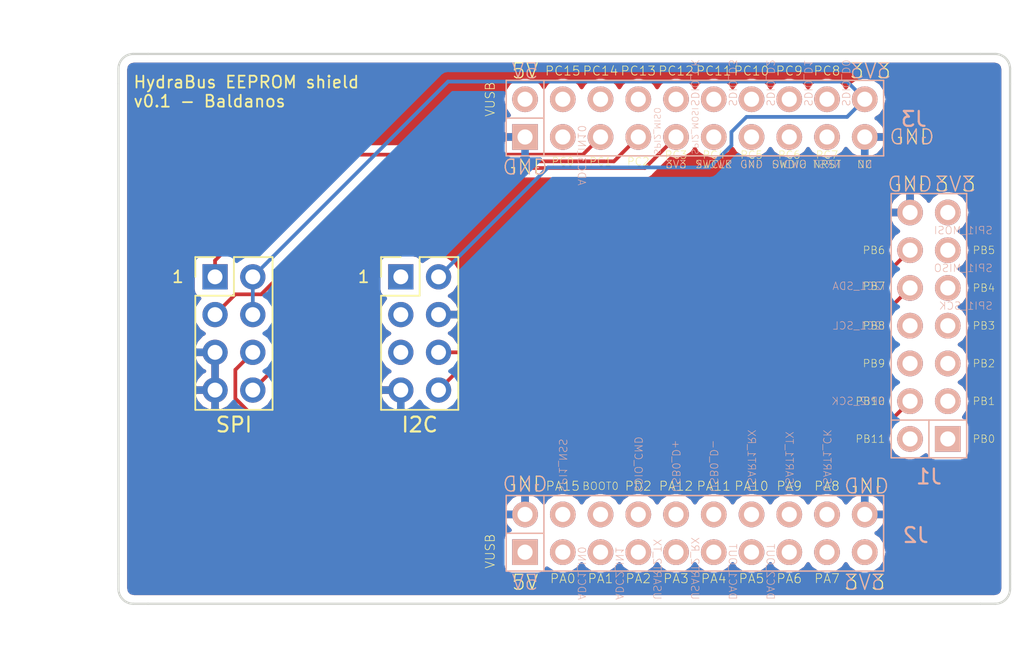
<source format=kicad_pcb>
(kicad_pcb (version 20171130) (host pcbnew 5.0.1)

  (general
    (thickness 1.6)
    (drawings 132)
    (tracks 39)
    (zones 0)
    (modules 5)
    (nets 10)
  )

  (page A4)
  (title_block
    (title "HydraBus shield template")
    (date 2015-12-17)
    (comment 1 http://hydrabus.com/)
    (comment 2 "Based on the original HydraBus Eagle shield template")
    (comment 3 "Antti Nykänen <aon@umetronics.com>")
    (comment 4 "CC BY-SA 4.0")
  )

  (layers
    (0 F.Cu signal)
    (31 B.Cu signal)
    (32 B.Adhes user)
    (33 F.Adhes user)
    (34 B.Paste user)
    (35 F.Paste user)
    (36 B.SilkS user)
    (37 F.SilkS user)
    (38 B.Mask user)
    (39 F.Mask user)
    (40 Dwgs.User user)
    (41 Cmts.User user)
    (42 Eco1.User user)
    (43 Eco2.User user)
    (44 Edge.Cuts user)
    (45 Margin user)
    (46 B.CrtYd user)
    (47 F.CrtYd user)
    (48 B.Fab user)
    (49 F.Fab user)
  )

  (setup
    (last_trace_width 0.25)
    (trace_clearance 0.2)
    (zone_clearance 0.508)
    (zone_45_only no)
    (trace_min 0.2)
    (segment_width 0.1)
    (edge_width 0.15)
    (via_size 0.6)
    (via_drill 0.4)
    (via_min_size 0.4)
    (via_min_drill 0.3)
    (uvia_size 0.3)
    (uvia_drill 0.1)
    (uvias_allowed no)
    (uvia_min_size 0.2)
    (uvia_min_drill 0.1)
    (pcb_text_width 0.12)
    (pcb_text_size 0.8 0.8)
    (mod_edge_width 0.15)
    (mod_text_size 1 1)
    (mod_text_width 0.15)
    (pad_size 1.524 1.524)
    (pad_drill 0.762)
    (pad_to_mask_clearance 0.2)
    (solder_mask_min_width 0.25)
    (aux_axis_origin 0 0)
    (grid_origin 176 76)
    (visible_elements FFFFFF7F)
    (pcbplotparams
      (layerselection 0x011ff_ffffffff)
      (usegerberextensions true)
      (usegerberattributes false)
      (usegerberadvancedattributes false)
      (creategerberjobfile false)
      (excludeedgelayer true)
      (linewidth 0.100000)
      (plotframeref false)
      (viasonmask false)
      (mode 1)
      (useauxorigin false)
      (hpglpennumber 1)
      (hpglpenspeed 20)
      (hpglpendiameter 15.000000)
      (psnegative false)
      (psa4output false)
      (plotreference true)
      (plotvalue true)
      (plotinvisibletext false)
      (padsonsilk false)
      (subtractmaskfromsilk true)
      (outputformat 1)
      (mirror false)
      (drillshape 0)
      (scaleselection 1)
      (outputdirectory "/tmp/eeprom/"))
  )

  (net 0 "")
  (net 1 +3V3)
  (net 2 GND)
  (net 3 +5V)
  (net 4 spi_sck)
  (net 5 i2c_sda)
  (net 6 i2c_scl)
  (net 7 spi_cs)
  (net 8 spi_miso)
  (net 9 spi_mosi)

  (net_class Default "This is the default net class."
    (clearance 0.2)
    (trace_width 0.25)
    (via_dia 0.6)
    (via_drill 0.4)
    (uvia_dia 0.3)
    (uvia_drill 0.1)
    (add_net +3V3)
    (add_net +5V)
    (add_net GND)
    (add_net i2c_scl)
    (add_net i2c_sda)
    (add_net spi_cs)
    (add_net spi_miso)
    (add_net spi_mosi)
    (add_net spi_sck)
  )

  (module umetronics:Hydrabus_Shield_Conn_2x07 (layer B.Cu) (tedit 5675569A) (tstamp 567562EA)
    (at 171.809 101.908 90)
    (descr "Through hole socket strip")
    (tags "socket strip")
    (path /5672B942)
    (fp_text reference J1 (at -2.54 -1.27 180) (layer B.SilkS)
      (effects (font (size 1 1) (thickness 0.15)) (justify mirror))
    )
    (fp_text value CONN_02X07 (at 0 3.1 90) (layer B.Fab) hide
      (effects (font (size 1 1) (thickness 0.15)) (justify mirror))
    )
    (fp_line (start 1.27 -1.27) (end 1.27 -3.81) (layer B.SilkS) (width 0.1))
    (fp_line (start -1.27 -1.27) (end 1.27 -1.27) (layer B.SilkS) (width 0.1))
    (fp_line (start 1.27 -1.27) (end 1.27 1.27) (layer B.SilkS) (width 0.1))
    (fp_line (start 16.51 -3.81) (end 16.51 1.27) (layer B.SilkS) (width 0.1))
    (fp_line (start 16.51 1.27) (end -1.27 1.27) (layer B.SilkS) (width 0.1))
    (fp_line (start -1.27 1.27) (end -1.27 -3.81) (layer B.SilkS) (width 0.1))
    (fp_line (start -1.27 -3.81) (end 16.51 -3.81) (layer B.SilkS) (width 0.1))
    (fp_line (start -1.75 1.75) (end -1.75 -4.3) (layer B.CrtYd) (width 0.05))
    (fp_line (start 17 1.75) (end 17 -4.3) (layer B.CrtYd) (width 0.05))
    (fp_line (start -1.75 1.75) (end 17 1.75) (layer B.CrtYd) (width 0.05))
    (fp_line (start -1.75 -4.3) (end 17 -4.3) (layer B.CrtYd) (width 0.05))
    (pad 1 thru_hole rect (at 0 0 90) (size 1.7272 1.7272) (drill 1.016) (layers *.Cu *.Mask B.SilkS))
    (pad 2 thru_hole oval (at 0 -2.54 90) (size 1.7272 1.7272) (drill 1.016) (layers *.Cu *.Mask B.SilkS))
    (pad 3 thru_hole oval (at 2.54 0 90) (size 1.7272 1.7272) (drill 1.016) (layers *.Cu *.Mask B.SilkS))
    (pad 4 thru_hole oval (at 2.54 -2.54 90) (size 1.7272 1.7272) (drill 1.016) (layers *.Cu *.Mask B.SilkS)
      (net 4 spi_sck))
    (pad 5 thru_hole oval (at 5.08 0 90) (size 1.7272 1.7272) (drill 1.016) (layers *.Cu *.Mask B.SilkS))
    (pad 6 thru_hole oval (at 5.08 -2.54 90) (size 1.7272 1.7272) (drill 1.016) (layers *.Cu *.Mask B.SilkS))
    (pad 7 thru_hole oval (at 7.62 0 90) (size 1.7272 1.7272) (drill 1.016) (layers *.Cu *.Mask B.SilkS))
    (pad 8 thru_hole oval (at 7.62 -2.54 90) (size 1.7272 1.7272) (drill 1.016) (layers *.Cu *.Mask B.SilkS))
    (pad 9 thru_hole oval (at 10.16 0 90) (size 1.7272 1.7272) (drill 1.016) (layers *.Cu *.Mask B.SilkS))
    (pad 10 thru_hole oval (at 10.16 -2.54 90) (size 1.7272 1.7272) (drill 1.016) (layers *.Cu *.Mask B.SilkS)
      (net 5 i2c_sda))
    (pad 11 thru_hole oval (at 12.7 0 90) (size 1.7272 1.7272) (drill 1.016) (layers *.Cu *.Mask B.SilkS))
    (pad 12 thru_hole oval (at 12.7 -2.54 90) (size 1.7272 1.7272) (drill 1.016) (layers *.Cu *.Mask B.SilkS)
      (net 6 i2c_scl))
    (pad 13 thru_hole oval (at 15.24 0 90) (size 1.7272 1.7272) (drill 1.016) (layers *.Cu *.Mask B.SilkS)
      (net 1 +3V3))
    (pad 14 thru_hole oval (at 15.24 -2.54 90) (size 1.7272 1.7272) (drill 1.016) (layers *.Cu *.Mask B.SilkS)
      (net 2 GND))
    (model Socket_Strips.3dshapes/Socket_Strip_Straight_2x07.wrl
      (offset (xyz 7.619999885559082 -1.269999980926514 0))
      (scale (xyz 1 1 1))
      (rotate (xyz 0 0 180))
    )
  )

  (module umetronics:Hydrabus_Shield_Conn_2x10 (layer B.Cu) (tedit 5675564A) (tstamp 56755C7D)
    (at 143.361 81.588)
    (descr "Through hole socket strip")
    (tags "socket strip")
    (path /5672B7D1)
    (fp_text reference J3 (at 26.162 -1.2065) (layer B.SilkS)
      (effects (font (size 1 1) (thickness 0.15)) (justify mirror))
    )
    (fp_text value CONN_02X10 (at 0 3.1) (layer B.Fab) hide
      (effects (font (size 1 1) (thickness 0.15)) (justify mirror))
    )
    (fp_line (start 1.27 -1.27) (end -1.27 -1.27) (layer B.SilkS) (width 0.1))
    (fp_line (start 1.27 1.27) (end 1.27 -3.81) (layer B.SilkS) (width 0.1))
    (fp_line (start -1.27 -1.27) (end -1.27 1.27) (layer B.SilkS) (width 0.1))
    (fp_line (start -1.27 1.27) (end 24.13 1.27) (layer B.SilkS) (width 0.1))
    (fp_line (start 24.13 1.27) (end 24.13 -3.81) (layer B.SilkS) (width 0.1))
    (fp_line (start 24.13 -3.81) (end -1.27 -3.81) (layer B.SilkS) (width 0.1))
    (fp_line (start -1.27 -3.81) (end -1.27 -1.27) (layer B.SilkS) (width 0.1))
    (fp_line (start -1.75 1.75) (end -1.75 -4.3) (layer B.CrtYd) (width 0.05))
    (fp_line (start 24.65 1.75) (end 24.65 -4.3) (layer B.CrtYd) (width 0.05))
    (fp_line (start -1.75 1.75) (end 24.65 1.75) (layer B.CrtYd) (width 0.05))
    (fp_line (start -1.75 -4.3) (end 24.65 -4.3) (layer B.CrtYd) (width 0.05))
    (pad 1 thru_hole rect (at 0 0) (size 1.7272 1.7272) (drill 1.016) (layers *.Cu *.Mask B.SilkS)
      (net 2 GND))
    (pad 2 thru_hole oval (at 0 -2.54) (size 1.7272 1.7272) (drill 1.016) (layers *.Cu *.Mask B.SilkS)
      (net 3 +5V))
    (pad 3 thru_hole oval (at 2.54 0) (size 1.7272 1.7272) (drill 1.016) (layers *.Cu *.Mask B.SilkS))
    (pad 4 thru_hole oval (at 2.54 -2.54) (size 1.7272 1.7272) (drill 1.016) (layers *.Cu *.Mask B.SilkS))
    (pad 5 thru_hole oval (at 5.08 0) (size 1.7272 1.7272) (drill 1.016) (layers *.Cu *.Mask B.SilkS)
      (net 7 spi_cs))
    (pad 6 thru_hole oval (at 5.08 -2.54) (size 1.7272 1.7272) (drill 1.016) (layers *.Cu *.Mask B.SilkS))
    (pad 7 thru_hole oval (at 7.62 0) (size 1.7272 1.7272) (drill 1.016) (layers *.Cu *.Mask B.SilkS)
      (net 8 spi_miso))
    (pad 8 thru_hole oval (at 7.62 -2.54) (size 1.7272 1.7272) (drill 1.016) (layers *.Cu *.Mask B.SilkS))
    (pad 9 thru_hole oval (at 10.16 0) (size 1.7272 1.7272) (drill 1.016) (layers *.Cu *.Mask B.SilkS)
      (net 9 spi_mosi))
    (pad 10 thru_hole oval (at 10.16 -2.54) (size 1.7272 1.7272) (drill 1.016) (layers *.Cu *.Mask B.SilkS))
    (pad 11 thru_hole oval (at 12.7 0) (size 1.7272 1.7272) (drill 1.016) (layers *.Cu *.Mask B.SilkS))
    (pad 12 thru_hole oval (at 12.7 -2.54) (size 1.7272 1.7272) (drill 1.016) (layers *.Cu *.Mask B.SilkS))
    (pad 13 thru_hole oval (at 15.24 0) (size 1.7272 1.7272) (drill 1.016) (layers *.Cu *.Mask B.SilkS))
    (pad 14 thru_hole oval (at 15.24 -2.54) (size 1.7272 1.7272) (drill 1.016) (layers *.Cu *.Mask B.SilkS))
    (pad 15 thru_hole oval (at 17.78 0) (size 1.7272 1.7272) (drill 1.016) (layers *.Cu *.Mask B.SilkS))
    (pad 16 thru_hole oval (at 17.78 -2.54) (size 1.7272 1.7272) (drill 1.016) (layers *.Cu *.Mask B.SilkS))
    (pad 17 thru_hole oval (at 20.32 0) (size 1.7272 1.7272) (drill 1.016) (layers *.Cu *.Mask B.SilkS))
    (pad 18 thru_hole oval (at 20.32 -2.54) (size 1.7272 1.7272) (drill 1.016) (layers *.Cu *.Mask B.SilkS))
    (pad 19 thru_hole oval (at 22.86 0) (size 1.7272 1.7272) (drill 1.016) (layers *.Cu *.Mask B.SilkS)
      (net 2 GND))
    (pad 20 thru_hole oval (at 22.86 -2.54) (size 1.7272 1.7272) (drill 1.016) (layers *.Cu *.Mask B.SilkS)
      (net 1 +3V3))
    (model Socket_Strips.3dshapes/Socket_Strip_Straight_2x10.wrl
      (offset (xyz 11.42999982833862 -1.269999980926514 0))
      (scale (xyz 1 1 1))
      (rotate (xyz 0 0 180))
    )
  )

  (module umetronics:Hydrabus_Shield_Conn_2x10 (layer B.Cu) (tedit 5675552E) (tstamp 56755C5B)
    (at 143.361 109.528)
    (descr "Through hole socket strip")
    (tags "socket strip")
    (path /5672B8E4)
    (fp_text reference J2 (at 26.289 -1.143) (layer B.SilkS)
      (effects (font (size 1 1) (thickness 0.15)) (justify mirror))
    )
    (fp_text value CONN_02X10 (at 0 3.1) (layer B.Fab) hide
      (effects (font (size 1 1) (thickness 0.15)) (justify mirror))
    )
    (fp_line (start 1.27 -1.27) (end -1.27 -1.27) (layer B.SilkS) (width 0.1))
    (fp_line (start 1.27 1.27) (end 1.27 -3.81) (layer B.SilkS) (width 0.1))
    (fp_line (start -1.27 -1.27) (end -1.27 1.27) (layer B.SilkS) (width 0.1))
    (fp_line (start -1.27 1.27) (end 24.13 1.27) (layer B.SilkS) (width 0.1))
    (fp_line (start 24.13 1.27) (end 24.13 -3.81) (layer B.SilkS) (width 0.1))
    (fp_line (start 24.13 -3.81) (end -1.27 -3.81) (layer B.SilkS) (width 0.1))
    (fp_line (start -1.27 -3.81) (end -1.27 -1.27) (layer B.SilkS) (width 0.1))
    (fp_line (start -1.75 1.75) (end -1.75 -4.3) (layer B.CrtYd) (width 0.05))
    (fp_line (start 24.65 1.75) (end 24.65 -4.3) (layer B.CrtYd) (width 0.05))
    (fp_line (start -1.75 1.75) (end 24.65 1.75) (layer B.CrtYd) (width 0.05))
    (fp_line (start -1.75 -4.3) (end 24.65 -4.3) (layer B.CrtYd) (width 0.05))
    (pad 1 thru_hole rect (at 0 0) (size 1.7272 1.7272) (drill 1.016) (layers *.Cu *.Mask B.SilkS)
      (net 3 +5V))
    (pad 2 thru_hole oval (at 0 -2.54) (size 1.7272 1.7272) (drill 1.016) (layers *.Cu *.Mask B.SilkS)
      (net 2 GND))
    (pad 3 thru_hole oval (at 2.54 0) (size 1.7272 1.7272) (drill 1.016) (layers *.Cu *.Mask B.SilkS))
    (pad 4 thru_hole oval (at 2.54 -2.54) (size 1.7272 1.7272) (drill 1.016) (layers *.Cu *.Mask B.SilkS))
    (pad 5 thru_hole oval (at 5.08 0) (size 1.7272 1.7272) (drill 1.016) (layers *.Cu *.Mask B.SilkS))
    (pad 6 thru_hole oval (at 5.08 -2.54) (size 1.7272 1.7272) (drill 1.016) (layers *.Cu *.Mask B.SilkS))
    (pad 7 thru_hole oval (at 7.62 0) (size 1.7272 1.7272) (drill 1.016) (layers *.Cu *.Mask B.SilkS))
    (pad 8 thru_hole oval (at 7.62 -2.54) (size 1.7272 1.7272) (drill 1.016) (layers *.Cu *.Mask B.SilkS))
    (pad 9 thru_hole oval (at 10.16 0) (size 1.7272 1.7272) (drill 1.016) (layers *.Cu *.Mask B.SilkS))
    (pad 10 thru_hole oval (at 10.16 -2.54) (size 1.7272 1.7272) (drill 1.016) (layers *.Cu *.Mask B.SilkS))
    (pad 11 thru_hole oval (at 12.7 0) (size 1.7272 1.7272) (drill 1.016) (layers *.Cu *.Mask B.SilkS))
    (pad 12 thru_hole oval (at 12.7 -2.54) (size 1.7272 1.7272) (drill 1.016) (layers *.Cu *.Mask B.SilkS))
    (pad 13 thru_hole oval (at 15.24 0) (size 1.7272 1.7272) (drill 1.016) (layers *.Cu *.Mask B.SilkS))
    (pad 14 thru_hole oval (at 15.24 -2.54) (size 1.7272 1.7272) (drill 1.016) (layers *.Cu *.Mask B.SilkS))
    (pad 15 thru_hole oval (at 17.78 0) (size 1.7272 1.7272) (drill 1.016) (layers *.Cu *.Mask B.SilkS))
    (pad 16 thru_hole oval (at 17.78 -2.54) (size 1.7272 1.7272) (drill 1.016) (layers *.Cu *.Mask B.SilkS))
    (pad 17 thru_hole oval (at 20.32 0) (size 1.7272 1.7272) (drill 1.016) (layers *.Cu *.Mask B.SilkS))
    (pad 18 thru_hole oval (at 20.32 -2.54) (size 1.7272 1.7272) (drill 1.016) (layers *.Cu *.Mask B.SilkS))
    (pad 19 thru_hole oval (at 22.86 0) (size 1.7272 1.7272) (drill 1.016) (layers *.Cu *.Mask B.SilkS)
      (net 1 +3V3))
    (pad 20 thru_hole oval (at 22.86 -2.54) (size 1.7272 1.7272) (drill 1.016) (layers *.Cu *.Mask B.SilkS)
      (net 2 GND))
    (model Socket_Strips.3dshapes/Socket_Strip_Straight_2x10.wrl
      (offset (xyz 11.42999982833862 -1.269999980926514 0))
      (scale (xyz 1 1 1))
      (rotate (xyz 0 0 180))
    )
  )

  (module Pin_Headers:Pin_Header_Straight_2x04_Pitch2.54mm (layer F.Cu) (tedit 5B7DB83A) (tstamp 5B7D86CA)
    (at 122.5 91)
    (descr "Through hole straight pin header, 2x04, 2.54mm pitch, double rows")
    (tags "Through hole pin header THT 2x04 2.54mm double row")
    (path /5B7DA52B)
    (fp_text reference J5 (at 1.27 -2.33) (layer Cmts.User)
      (effects (font (size 1 1) (thickness 0.15)))
    )
    (fp_text value SPI (at 1.27 9.95) (layer F.SilkS)
      (effects (font (size 1 1) (thickness 0.15)))
    )
    (fp_text user %R (at 1.27 3.81 90) (layer F.Fab)
      (effects (font (size 1 1) (thickness 0.15)))
    )
    (fp_line (start 4.35 -1.8) (end -1.8 -1.8) (layer F.CrtYd) (width 0.05))
    (fp_line (start 4.35 9.4) (end 4.35 -1.8) (layer F.CrtYd) (width 0.05))
    (fp_line (start -1.8 9.4) (end 4.35 9.4) (layer F.CrtYd) (width 0.05))
    (fp_line (start -1.8 -1.8) (end -1.8 9.4) (layer F.CrtYd) (width 0.05))
    (fp_line (start -1.33 -1.33) (end 0 -1.33) (layer F.SilkS) (width 0.12))
    (fp_line (start -1.33 0) (end -1.33 -1.33) (layer F.SilkS) (width 0.12))
    (fp_line (start 1.27 -1.33) (end 3.87 -1.33) (layer F.SilkS) (width 0.12))
    (fp_line (start 1.27 1.27) (end 1.27 -1.33) (layer F.SilkS) (width 0.12))
    (fp_line (start -1.33 1.27) (end 1.27 1.27) (layer F.SilkS) (width 0.12))
    (fp_line (start 3.87 -1.33) (end 3.87 8.95) (layer F.SilkS) (width 0.12))
    (fp_line (start -1.33 1.27) (end -1.33 8.95) (layer F.SilkS) (width 0.12))
    (fp_line (start -1.33 8.95) (end 3.87 8.95) (layer F.SilkS) (width 0.12))
    (fp_line (start -1.27 0) (end 0 -1.27) (layer F.Fab) (width 0.1))
    (fp_line (start -1.27 8.89) (end -1.27 0) (layer F.Fab) (width 0.1))
    (fp_line (start 3.81 8.89) (end -1.27 8.89) (layer F.Fab) (width 0.1))
    (fp_line (start 3.81 -1.27) (end 3.81 8.89) (layer F.Fab) (width 0.1))
    (fp_line (start 0 -1.27) (end 3.81 -1.27) (layer F.Fab) (width 0.1))
    (pad 8 thru_hole oval (at 2.54 7.62) (size 1.7 1.7) (drill 1) (layers *.Cu *.Mask)
      (net 9 spi_mosi))
    (pad 7 thru_hole oval (at 0 7.62) (size 1.7 1.7) (drill 1) (layers *.Cu *.Mask)
      (net 2 GND))
    (pad 6 thru_hole oval (at 2.54 5.08) (size 1.7 1.7) (drill 1) (layers *.Cu *.Mask)
      (net 4 spi_sck))
    (pad 5 thru_hole oval (at 0 5.08) (size 1.7 1.7) (drill 1) (layers *.Cu *.Mask)
      (net 2 GND))
    (pad 4 thru_hole oval (at 2.54 2.54) (size 1.7 1.7) (drill 1) (layers *.Cu *.Mask)
      (net 1 +3V3))
    (pad 3 thru_hole oval (at 0 2.54) (size 1.7 1.7) (drill 1) (layers *.Cu *.Mask)
      (net 8 spi_miso))
    (pad 2 thru_hole oval (at 2.54 0) (size 1.7 1.7) (drill 1) (layers *.Cu *.Mask)
      (net 1 +3V3))
    (pad 1 thru_hole rect (at 0 0) (size 1.7 1.7) (drill 1) (layers *.Cu *.Mask)
      (net 7 spi_cs))
    (model ${KISYS3DMOD}/Pin_Headers.3dshapes/Pin_Header_Straight_2x04_Pitch2.54mm.wrl
      (at (xyz 0 0 0))
      (scale (xyz 1 1 1))
      (rotate (xyz 0 0 0))
    )
  )

  (module Pin_Headers:Pin_Header_Straight_2x04_Pitch2.54mm (layer F.Cu) (tedit 5B7D8207) (tstamp 5B7D8655)
    (at 135 91)
    (descr "Through hole straight pin header, 2x04, 2.54mm pitch, double rows")
    (tags "Through hole pin header THT 2x04 2.54mm double row")
    (path /5B7DA5CA)
    (fp_text reference J6 (at 1.27 -2.33) (layer Cmts.User)
      (effects (font (size 1 1) (thickness 0.15)))
    )
    (fp_text value I2C (at 1.27 9.95) (layer F.SilkS)
      (effects (font (size 1 1) (thickness 0.15)))
    )
    (fp_line (start 0 -1.27) (end 3.81 -1.27) (layer F.Fab) (width 0.1))
    (fp_line (start 3.81 -1.27) (end 3.81 8.89) (layer F.Fab) (width 0.1))
    (fp_line (start 3.81 8.89) (end -1.27 8.89) (layer F.Fab) (width 0.1))
    (fp_line (start -1.27 8.89) (end -1.27 0) (layer F.Fab) (width 0.1))
    (fp_line (start -1.27 0) (end 0 -1.27) (layer F.Fab) (width 0.1))
    (fp_line (start -1.33 8.95) (end 3.87 8.95) (layer F.SilkS) (width 0.12))
    (fp_line (start -1.33 1.27) (end -1.33 8.95) (layer F.SilkS) (width 0.12))
    (fp_line (start 3.87 -1.33) (end 3.87 8.95) (layer F.SilkS) (width 0.12))
    (fp_line (start -1.33 1.27) (end 1.27 1.27) (layer F.SilkS) (width 0.12))
    (fp_line (start 1.27 1.27) (end 1.27 -1.33) (layer F.SilkS) (width 0.12))
    (fp_line (start 1.27 -1.33) (end 3.87 -1.33) (layer F.SilkS) (width 0.12))
    (fp_line (start -1.33 0) (end -1.33 -1.33) (layer F.SilkS) (width 0.12))
    (fp_line (start -1.33 -1.33) (end 0 -1.33) (layer F.SilkS) (width 0.12))
    (fp_line (start -1.8 -1.8) (end -1.8 9.4) (layer F.CrtYd) (width 0.05))
    (fp_line (start -1.8 9.4) (end 4.35 9.4) (layer F.CrtYd) (width 0.05))
    (fp_line (start 4.35 9.4) (end 4.35 -1.8) (layer F.CrtYd) (width 0.05))
    (fp_line (start 4.35 -1.8) (end -1.8 -1.8) (layer F.CrtYd) (width 0.05))
    (fp_text user %R (at 1.27 3.81 90) (layer F.Fab)
      (effects (font (size 1 1) (thickness 0.15)))
    )
    (pad 1 thru_hole rect (at 0 0) (size 1.7 1.7) (drill 1) (layers *.Cu *.Mask))
    (pad 2 thru_hole oval (at 2.54 0) (size 1.7 1.7) (drill 1) (layers *.Cu *.Mask)
      (net 1 +3V3))
    (pad 3 thru_hole oval (at 0 2.54) (size 1.7 1.7) (drill 1) (layers *.Cu *.Mask))
    (pad 4 thru_hole oval (at 2.54 2.54) (size 1.7 1.7) (drill 1) (layers *.Cu *.Mask)
      (net 2 GND))
    (pad 5 thru_hole oval (at 0 5.08) (size 1.7 1.7) (drill 1) (layers *.Cu *.Mask))
    (pad 6 thru_hole oval (at 2.54 5.08) (size 1.7 1.7) (drill 1) (layers *.Cu *.Mask)
      (net 6 i2c_scl))
    (pad 7 thru_hole oval (at 0 7.62) (size 1.7 1.7) (drill 1) (layers *.Cu *.Mask)
      (net 2 GND))
    (pad 8 thru_hole oval (at 2.54 7.62) (size 1.7 1.7) (drill 1) (layers *.Cu *.Mask)
      (net 5 i2c_sda))
    (model ${KISYS3DMOD}/Pin_Headers.3dshapes/Pin_Header_Straight_2x04_Pitch2.54mm.wrl
      (at (xyz 0 0 0))
      (scale (xyz 1 1 1))
      (rotate (xyz 0 0 0))
    )
  )

  (gr_text 1 (at 132.5 91) (layer F.SilkS) (tstamp 5B7DC31D)
    (effects (font (size 0.8 0.8) (thickness 0.12)))
  )
  (gr_text 1 (at 120 91) (layer F.SilkS)
    (effects (font (size 0.8 0.8) (thickness 0.12)))
  )
  (gr_text 3V3 (at 166.602 77.143) (layer B.SilkS)
    (effects (font (size 1 1) (thickness 0.08)) (justify mirror))
  )
  (gr_text SDIO_D0 (at 164.951 79.556 270) (layer B.SilkS)
    (effects (font (size 0.51 0.51) (thickness 0.04)) (justify left mirror))
  )
  (gr_text SDIO_D1 (at 162.411 79.556 270) (layer B.SilkS)
    (effects (font (size 0.51 0.51) (thickness 0.04)) (justify left mirror))
  )
  (gr_text SDIO_D2 (at 159.871 79.556 270) (layer B.SilkS)
    (effects (font (size 0.51 0.51) (thickness 0.04)) (justify left mirror))
  )
  (gr_text VUSB (at 141.0115 109.4645 90) (layer F.SilkS)
    (effects (font (size 0.61 0.61) (thickness 0.05)))
  )
  (gr_text VUSB (at 141.0115 79.048 90) (layer F.SilkS)
    (effects (font (size 0.61 0.61) (thickness 0.05)))
  )
  (gr_text USART1_CK (at 163.681 105.5275 270) (layer B.SilkS)
    (effects (font (size 0.51 0.51) (thickness 0.04)) (justify left mirror))
  )
  (gr_text USART1_TX (at 161.141 105.5275 270) (layer B.SilkS)
    (effects (font (size 0.51 0.51) (thickness 0.04)) (justify left mirror))
  )
  (gr_text USART1_RX (at 158.601 105.5275 270) (layer B.SilkS)
    (effects (font (size 0.51 0.51) (thickness 0.04)) (justify left mirror))
  )
  (gr_text USB0_D- (at 156.061 105.5275 270) (layer B.SilkS)
    (effects (font (size 0.51 0.51) (thickness 0.04)) (justify left mirror))
  )
  (gr_text USB0_D+ (at 153.521 105.5275 270) (layer B.SilkS)
    (effects (font (size 0.51 0.51) (thickness 0.04)) (justify left mirror))
  )
  (gr_text SDIO_CMD (at 150.981 105.5275 270) (layer B.SilkS)
    (effects (font (size 0.51 0.51) (thickness 0.04)) (justify left mirror))
  )
  (gr_text SPI1_NSS (at 145.901 105.5275 270) (layer B.SilkS)
    (effects (font (size 0.51 0.51) (thickness 0.04)) (justify left mirror))
  )
  (gr_text DAC2_OUT (at 159.871 112.7665 270) (layer B.SilkS)
    (effects (font (size 0.51 0.51) (thickness 0.04)) (justify left mirror))
  )
  (gr_text DAC1_OUT (at 157.331 112.7665 270) (layer B.SilkS)
    (effects (font (size 0.51 0.51) (thickness 0.04)) (justify left mirror))
  )
  (gr_text USART2_RX (at 154.791 112.7665 270) (layer B.SilkS)
    (effects (font (size 0.51 0.51) (thickness 0.04)) (justify left mirror))
  )
  (gr_text USART2_TX (at 152.251 112.7665 270) (layer B.SilkS)
    (effects (font (size 0.51 0.51) (thickness 0.04)) (justify left mirror))
  )
  (gr_text ADC2_IN1 (at 149.711 112.7665 270) (layer B.SilkS)
    (effects (font (size 0.51 0.51) (thickness 0.04)) (justify left mirror))
  )
  (gr_text ADC1_IN0 (at 147.171 112.7665 270) (layer B.SilkS)
    (effects (font (size 0.51 0.51) (thickness 0.04)) (justify left mirror))
  )
  (gr_text I2C1_SDA (at 167.618 91.621) (layer B.SilkS)
    (effects (font (size 0.51 0.51) (thickness 0.04)) (justify left mirror))
  )
  (gr_text I2C1_SCL (at 167.618 94.288) (layer B.SilkS)
    (effects (font (size 0.51 0.51) (thickness 0.04)) (justify left mirror))
  )
  (gr_text SPI2_SCK (at 167.618 99.368) (layer B.SilkS)
    (effects (font (size 0.51 0.51) (thickness 0.04)) (justify left mirror))
  )
  (gr_text SPI1_SCK (at 174.857 92.9545) (layer B.SilkS)
    (effects (font (size 0.51 0.51) (thickness 0.04)) (justify left mirror))
  )
  (gr_text SPI1_MISO (at 174.857 90.4145) (layer B.SilkS)
    (effects (font (size 0.51 0.51) (thickness 0.04)) (justify left mirror))
  )
  (gr_text SPI1_MOSI (at 174.857 87.8745) (layer B.SilkS)
    (effects (font (size 0.51 0.51) (thickness 0.04)) (justify left mirror))
  )
  (gr_text SPI2_MOSI (at 154.791 82.7945 270) (layer B.SilkS)
    (effects (font (size 0.41 0.41) (thickness 0.032)) (justify left mirror))
  )
  (gr_text SPI2_MISO (at 152.251 82.7945 270) (layer B.SilkS)
    (effects (font (size 0.41 0.41) (thickness 0.032)) (justify left mirror))
  )
  (gr_text ADC3_IN10 (at 147.171 84.89 270) (layer B.SilkS)
    (effects (font (size 0.51 0.51) (thickness 0.04)) (justify left mirror))
  )
  (gr_text SDIO_D3 (at 157.331 79.556 270) (layer B.SilkS)
    (effects (font (size 0.51 0.51) (thickness 0.04)) (justify left mirror))
  )
  (gr_text SDIO_CK (at 154.791 79.556 270) (layer B.SilkS)
    (effects (font (size 0.51 0.51) (thickness 0.04)) (justify left mirror))
  )
  (gr_text PB0 (at 173.46 101.908) (layer F.SilkS)
    (effects (font (size 0.51 0.51) (thickness 0.04)) (justify left))
  )
  (gr_text PB1 (at 173.46 99.368) (layer F.SilkS)
    (effects (font (size 0.51 0.51) (thickness 0.04)) (justify left))
  )
  (gr_text PB2 (at 173.46 96.828) (layer F.SilkS)
    (effects (font (size 0.51 0.51) (thickness 0.04)) (justify left))
  )
  (gr_text PB3 (at 173.46 94.288) (layer F.SilkS)
    (effects (font (size 0.51 0.51) (thickness 0.04)) (justify left))
  )
  (gr_text PB4 (at 173.46 91.748) (layer F.SilkS)
    (effects (font (size 0.51 0.51) (thickness 0.04)) (justify left))
  )
  (gr_text PB11 (at 167.618 101.908) (layer F.SilkS)
    (effects (font (size 0.51 0.51) (thickness 0.04)) (justify right))
  )
  (gr_text PB5 (at 173.46 89.208) (layer F.SilkS)
    (effects (font (size 0.51 0.51) (thickness 0.04)) (justify left))
  )
  (gr_text PB10 (at 167.618 99.368) (layer F.SilkS)
    (effects (font (size 0.51 0.51) (thickness 0.04)) (justify right))
  )
  (gr_text PB9 (at 167.618 96.828) (layer F.SilkS)
    (effects (font (size 0.51 0.51) (thickness 0.04)) (justify right))
  )
  (gr_text PB8 (at 167.618 94.288) (layer F.SilkS)
    (effects (font (size 0.51 0.51) (thickness 0.04)) (justify right))
  )
  (gr_text PB7 (at 167.618 91.621) (layer F.SilkS)
    (effects (font (size 0.51 0.51) (thickness 0.04)) (justify right))
  )
  (gr_text PB6 (at 167.618 89.208) (layer F.SilkS)
    (effects (font (size 0.51 0.51) (thickness 0.04)) (justify right))
  )
  (gr_text GND (at 169.269 84.763) (layer B.SilkS)
    (effects (font (size 1 1) (thickness 0.08)) (justify mirror))
  )
  (gr_text 3V3 (at 172.317 84.763) (layer B.SilkS)
    (effects (font (size 1 1) (thickness 0.08)) (justify mirror))
  )
  (gr_text 3V3 (at 172.317 84.763) (layer F.SilkS)
    (effects (font (size 1 1) (thickness 0.08)))
  )
  (gr_text GND (at 169.269 84.763) (layer F.SilkS)
    (effects (font (size 1 1) (thickness 0.08)))
  )
  (gr_text NC (at 166.221 83.4295) (layer F.SilkS)
    (effects (font (size 0.51 0.51) (thickness 0.04)))
  )
  (gr_text NRST (at 163.681 83.4295) (layer B.SilkS)
    (effects (font (size 0.51 0.51) (thickness 0.04)) (justify mirror))
  )
  (gr_text SWDIO (at 161.141 83.4295) (layer B.SilkS)
    (effects (font (size 0.51 0.51) (thickness 0.04)) (justify mirror))
  )
  (gr_text GND (at 158.601 83.4295) (layer F.SilkS)
    (effects (font (size 0.51 0.51) (thickness 0.04)))
  )
  (gr_text SWCLK (at 156.061 83.4295) (layer B.SilkS)
    (effects (font (size 0.51 0.51) (thickness 0.04)) (justify mirror))
  )
  (gr_text 3V3 (at 153.521 83.4295) (layer B.SilkS)
    (effects (font (size 0.51 0.51) (thickness 0.04)) (justify mirror))
  )
  (gr_text NC (at 166.221 83.4295) (layer B.SilkS)
    (effects (font (size 0.51 0.51) (thickness 0.04)) (justify mirror))
  )
  (gr_text NRST (at 163.681 83.4295) (layer F.SilkS)
    (effects (font (size 0.51 0.51) (thickness 0.04)))
  )
  (gr_text SWDIO (at 161.141 83.4295) (layer F.SilkS)
    (effects (font (size 0.51 0.51) (thickness 0.04)))
  )
  (gr_text GND (at 158.601 83.4295) (layer B.SilkS)
    (effects (font (size 0.51 0.51) (thickness 0.04)) (justify mirror))
  )
  (gr_text SWCLK (at 156.061 83.4295) (layer F.SilkS)
    (effects (font (size 0.51 0.51) (thickness 0.04)))
  )
  (gr_text 3V3 (at 153.521 83.4295) (layer F.SilkS)
    (effects (font (size 0.51 0.51) (thickness 0.04)))
  )
  (gr_text PA0 (at 145.901 111.306) (layer F.SilkS)
    (effects (font (size 0.61 0.61) (thickness 0.05)))
  )
  (gr_text PA7 (at 163.681 111.306) (layer F.SilkS) (tstamp 567436A3)
    (effects (font (size 0.61 0.61) (thickness 0.05)))
  )
  (gr_text PA6 (at 161.141 111.306) (layer F.SilkS) (tstamp 567436A2)
    (effects (font (size 0.61 0.61) (thickness 0.05)))
  )
  (gr_text PA5 (at 158.601 111.306) (layer F.SilkS) (tstamp 567436A1)
    (effects (font (size 0.61 0.61) (thickness 0.05)))
  )
  (gr_text PA4 (at 156.061 111.306) (layer F.SilkS) (tstamp 567436A0)
    (effects (font (size 0.61 0.61) (thickness 0.05)))
  )
  (gr_text PA3 (at 153.521 111.306) (layer F.SilkS) (tstamp 5674369F)
    (effects (font (size 0.61 0.61) (thickness 0.05)))
  )
  (gr_text PA2 (at 150.981 111.306) (layer F.SilkS) (tstamp 5674369E)
    (effects (font (size 0.61 0.61) (thickness 0.05)))
  )
  (gr_text PA1 (at 148.441 111.306) (layer F.SilkS) (tstamp 5674369D)
    (effects (font (size 0.61 0.61) (thickness 0.05)))
  )
  (gr_text 5V (at 143.361 111.56) (layer B.SilkS) (tstamp 56743644)
    (effects (font (size 1 1) (thickness 0.08)) (justify mirror))
  )
  (gr_text 5V (at 143.361 111.56) (layer F.SilkS) (tstamp 56743643)
    (effects (font (size 1 1) (thickness 0.08)))
  )
  (gr_text PA15 (at 145.901 105.083) (layer F.SilkS) (tstamp 56743639)
    (effects (font (size 0.61 0.61) (thickness 0.05)))
  )
  (gr_text BOOT0 (at 148.441 105.083) (layer F.SilkS) (tstamp 56743638)
    (effects (font (size 0.51 0.51) (thickness 0.04)))
  )
  (gr_text PD2 (at 150.981 105.083) (layer F.SilkS) (tstamp 56743637)
    (effects (font (size 0.61 0.61) (thickness 0.05)))
  )
  (gr_text PA12 (at 153.521 105.083) (layer F.SilkS) (tstamp 56743636)
    (effects (font (size 0.61 0.61) (thickness 0.05)))
  )
  (gr_text PA11 (at 156.061 105.083) (layer F.SilkS) (tstamp 56743635)
    (effects (font (size 0.61 0.61) (thickness 0.05)))
  )
  (gr_text PA10 (at 158.601 105.083) (layer F.SilkS) (tstamp 56743634)
    (effects (font (size 0.61 0.61) (thickness 0.05)))
  )
  (gr_text PA9 (at 161.141 105.083) (layer F.SilkS) (tstamp 56743633)
    (effects (font (size 0.61 0.61) (thickness 0.05)))
  )
  (gr_text PA8 (at 163.681 105.083) (layer F.SilkS) (tstamp 56743632)
    (effects (font (size 0.61 0.61) (thickness 0.05)))
  )
  (gr_text 3V3 (at 166.221 111.56) (layer B.SilkS) (tstamp 56743631)
    (effects (font (size 1 1) (thickness 0.08)) (justify mirror))
  )
  (gr_text 3V3 (at 166.221 111.56) (layer F.SilkS) (tstamp 56743630)
    (effects (font (size 1 1) (thickness 0.08)))
  )
  (gr_text GND (at 143.361 104.956) (layer F.SilkS) (tstamp 5674362F)
    (effects (font (size 1 1) (thickness 0.08)))
  )
  (gr_text GND (at 143.361 104.956) (layer B.SilkS) (tstamp 5674362E)
    (effects (font (size 1 1) (thickness 0.08)) (justify mirror))
  )
  (gr_text GND (at 166.348 105.083) (layer B.SilkS) (tstamp 5674362D)
    (effects (font (size 1 1) (thickness 0.08)) (justify mirror))
  )
  (gr_text GND (at 166.348 105.083) (layer F.SilkS) (tstamp 5674362C)
    (effects (font (size 1 1) (thickness 0.08)))
  )
  (gr_text PC7 (at 163.681 82.7945) (layer F.SilkS)
    (effects (font (size 0.51 0.51) (thickness 0.04)))
  )
  (gr_text PC6 (at 161.141 82.7945) (layer F.SilkS)
    (effects (font (size 0.51 0.51) (thickness 0.04)))
  )
  (gr_text PC5 (at 158.601 82.7945) (layer F.SilkS)
    (effects (font (size 0.51 0.51) (thickness 0.04)))
  )
  (gr_text PC4 (at 156.061 82.7945) (layer F.SilkS)
    (effects (font (size 0.51 0.51) (thickness 0.04)))
  )
  (gr_text PC3 (at 153.521 82.7945) (layer F.SilkS)
    (effects (font (size 0.51 0.51) (thickness 0.04)))
  )
  (gr_text PC2 (at 150.981 83.239) (layer F.SilkS)
    (effects (font (size 0.51 0.51) (thickness 0.04)))
  )
  (gr_text PC1 (at 148.441 83.239) (layer F.SilkS)
    (effects (font (size 0.51 0.51) (thickness 0.04)))
  )
  (gr_text PC0 (at 145.901 83.239) (layer F.SilkS)
    (effects (font (size 0.51 0.51) (thickness 0.04)))
  )
  (gr_text GND (at 169.396 81.588) (layer F.SilkS)
    (effects (font (size 1 1) (thickness 0.08)))
  )
  (gr_text GND (at 169.396 81.588) (layer B.SilkS)
    (effects (font (size 1 1) (thickness 0.08)) (justify mirror))
  )
  (gr_text GND (at 143.361 83.62) (layer B.SilkS)
    (effects (font (size 1 1) (thickness 0.08)) (justify mirror))
  )
  (gr_text GND (at 143.361 83.62) (layer F.SilkS)
    (effects (font (size 1 1) (thickness 0.08)))
  )
  (gr_text 3V3 (at 166.602 77.143) (layer F.SilkS)
    (effects (font (size 1 1) (thickness 0.08)))
  )
  (gr_text PC8 (at 163.681 77.143) (layer F.SilkS)
    (effects (font (size 0.61 0.61) (thickness 0.05)))
  )
  (gr_text PC9 (at 161.141 77.143) (layer F.SilkS)
    (effects (font (size 0.61 0.61) (thickness 0.05)))
  )
  (gr_text PC10 (at 158.601 77.143) (layer F.SilkS)
    (effects (font (size 0.61 0.61) (thickness 0.05)))
  )
  (gr_text PC11 (at 156.061 77.143) (layer F.SilkS)
    (effects (font (size 0.61 0.61) (thickness 0.05)))
  )
  (gr_text PC12 (at 153.521 77.143) (layer F.SilkS)
    (effects (font (size 0.61 0.61) (thickness 0.05)))
  )
  (gr_text "PC13\n" (at 150.981 77.143) (layer F.SilkS)
    (effects (font (size 0.61 0.61) (thickness 0.05)))
  )
  (gr_text PC14 (at 148.441 77.143) (layer F.SilkS)
    (effects (font (size 0.61 0.61) (thickness 0.05)))
  )
  (gr_text PC15 (at 145.901 77.143) (layer F.SilkS)
    (effects (font (size 0.61 0.61) (thickness 0.05)))
  )
  (gr_text 5V (at 143.361 77.143) (layer F.SilkS)
    (effects (font (size 1 1) (thickness 0.08)))
  )
  (gr_text 5V (at 143.361 77.143) (layer B.SilkS)
    (effects (font (size 1 1) (thickness 0.08)) (justify mirror))
  )
  (dimension 37 (width 0.12) (layer Dwgs.User)
    (gr_text "37,000 mm" (at 111.36 94.5 90) (layer Dwgs.User)
      (effects (font (size 0.8 0.8) (thickness 0.12)))
    )
    (feature1 (pts (xy 120 76) (xy 110.72 76)))
    (feature2 (pts (xy 120 113) (xy 110.72 113)))
    (crossbar (pts (xy 112 113) (xy 112 76)))
    (arrow1a (pts (xy 112 76) (xy 112.586421 77.126504)))
    (arrow1b (pts (xy 112 76) (xy 111.413579 77.126504)))
    (arrow2a (pts (xy 112 113) (xy 112.586421 111.873496)))
    (arrow2b (pts (xy 112 113) (xy 111.413579 111.873496)))
  )
  (dimension 60 (width 0.12) (layer Dwgs.User)
    (gr_text "60,000 mm" (at 146 116.64) (layer Dwgs.User)
      (effects (font (size 0.8 0.8) (thickness 0.12)))
    )
    (feature1 (pts (xy 176 111) (xy 176 117.28)))
    (feature2 (pts (xy 116 111) (xy 116 117.28)))
    (crossbar (pts (xy 116 116) (xy 176 116)))
    (arrow1a (pts (xy 176 116) (xy 174.873496 116.586421)))
    (arrow1b (pts (xy 176 116) (xy 174.873496 115.413579)))
    (arrow2a (pts (xy 116 116) (xy 117.126504 116.586421)))
    (arrow2b (pts (xy 116 116) (xy 117.126504 115.413579)))
  )
  (dimension 10.668 (width 0.12) (layer Dwgs.User)
    (gr_text 0,420 (at 174.862 81.334 270) (layer Dwgs.User)
      (effects (font (size 0.8 0.8) (thickness 0.12)))
    )
    (feature1 (pts (xy 171.809 86.668) (xy 175.502 86.668)))
    (feature2 (pts (xy 171.809 76) (xy 175.502 76)))
    (crossbar (pts (xy 174.222 76) (xy 174.222 86.668)))
    (arrow1a (pts (xy 174.222 86.668) (xy 173.635579 85.541496)))
    (arrow1b (pts (xy 174.222 86.668) (xy 174.808421 85.541496)))
    (arrow2a (pts (xy 174.222 76) (xy 173.635579 77.126504)))
    (arrow2b (pts (xy 174.222 76) (xy 174.808421 77.126504)))
  )
  (dimension 5.588 (width 0.12) (layer Dwgs.User)
    (gr_text 0,220 (at 169.015 72.063) (layer Dwgs.User)
      (effects (font (size 0.8 0.8) (thickness 0.12)))
    )
    (feature1 (pts (xy 166.221 86.668) (xy 166.221 72.688)))
    (feature2 (pts (xy 171.809 86.668) (xy 171.809 72.688)))
    (crossbar (pts (xy 171.809 73.968) (xy 166.221 73.968)))
    (arrow1a (pts (xy 166.221 73.968) (xy 167.347504 73.381579)))
    (arrow1b (pts (xy 166.221 73.968) (xy 167.347504 74.554421)))
    (arrow2a (pts (xy 171.809 73.968) (xy 170.682496 73.381579)))
    (arrow2b (pts (xy 171.809 73.968) (xy 170.682496 74.554421)))
  )
  (dimension 4.191 (width 0.12) (layer Dwgs.User)
    (gr_text 0,165 (at 173.968 72.063) (layer Dwgs.User)
      (effects (font (size 0.8 0.8) (thickness 0.12)))
    )
    (feature1 (pts (xy 171.809 86.668) (xy 171.809 72.688)))
    (feature2 (pts (xy 176 86.668) (xy 176 72.688)))
    (crossbar (pts (xy 176 73.968) (xy 171.809 73.968)))
    (arrow1a (pts (xy 171.809 73.968) (xy 172.935504 73.381579)))
    (arrow1b (pts (xy 171.809 73.968) (xy 172.935504 74.554421)))
    (arrow2a (pts (xy 176 73.968) (xy 174.873496 73.381579)))
    (arrow2b (pts (xy 176 73.968) (xy 174.873496 74.554421)))
  )
  (dimension 3.2512 (width 0.12) (layer Dwgs.User)
    (gr_text 0,128 (at 136.9602 83.2136 90) (layer Dwgs.User)
      (effects (font (size 0.8 0.8) (thickness 0.12)))
    )
    (feature1 (pts (xy 153.521 81.588) (xy 137.5852 81.588)))
    (feature2 (pts (xy 153.521 84.8392) (xy 137.5852 84.8392)))
    (crossbar (pts (xy 138.8652 84.8392) (xy 138.8652 81.588)))
    (arrow1a (pts (xy 138.8652 81.588) (xy 139.451621 82.714504)))
    (arrow1b (pts (xy 138.8652 81.588) (xy 138.278779 82.714504)))
    (arrow2a (pts (xy 138.8652 84.8392) (xy 139.451621 83.712696)))
    (arrow2b (pts (xy 138.8652 84.8392) (xy 138.278779 83.712696)))
  )
  (dimension 3.048 (width 0.12) (layer Dwgs.User)
    (gr_text 0,120 (at 133.328 77.651 90) (layer Dwgs.User)
      (effects (font (size 0.8 0.8) (thickness 0.12)))
    )
    (feature1 (pts (xy 143.361 76) (xy 134.588 76)))
    (feature2 (pts (xy 143.361 79.048) (xy 134.588 79.048)))
    (crossbar (pts (xy 135.868 79.048) (xy 135.868 76)))
    (arrow1a (pts (xy 135.868 76) (xy 136.454421 77.126504)))
    (arrow1b (pts (xy 135.868 76) (xy 135.281579 77.126504)))
    (arrow2a (pts (xy 135.868 79.048) (xy 136.454421 77.921496)))
    (arrow2b (pts (xy 135.868 79.048) (xy 135.281579 77.921496)))
  )
  (dimension 30.48 (width 0.12) (layer Dwgs.User)
    (gr_text 1,200 (at 135.228 94.288 90) (layer Dwgs.User)
      (effects (font (size 0.8 0.8) (thickness 0.12)))
    )
    (feature1 (pts (xy 143.361 79.048) (xy 134.588 79.048)))
    (feature2 (pts (xy 143.361 109.528) (xy 134.588 109.528)))
    (crossbar (pts (xy 135.868 109.528) (xy 135.868 79.048)))
    (arrow1a (pts (xy 135.868 79.048) (xy 136.454421 80.174504)))
    (arrow1b (pts (xy 135.868 79.048) (xy 135.281579 80.174504)))
    (arrow2a (pts (xy 135.868 109.528) (xy 136.454421 108.401496)))
    (arrow2b (pts (xy 135.868 109.528) (xy 135.281579 108.401496)))
  )
  (gr_text "HydraBus EEPROM shield\nv0.1 - Baldanos" (at 116.945 78.54) (layer F.SilkS)
    (effects (font (size 0.8 0.8) (thickness 0.12)) (justify left))
  )
  (gr_line (start 174 113) (end 175 113) (angle 90) (layer Edge.Cuts) (width 0.15))
  (gr_line (start 176 111) (end 176 112) (angle 90) (layer Edge.Cuts) (width 0.15))
  (gr_arc (start 175 112) (end 176 112) (angle 90) (layer Edge.Cuts) (width 0.15))
  (gr_line (start 117 113) (end 118 113) (angle 90) (layer Edge.Cuts) (width 0.15))
  (gr_line (start 116 111) (end 116 112) (angle 90) (layer Edge.Cuts) (width 0.15))
  (gr_arc (start 117 112) (end 117 113) (angle 90) (layer Edge.Cuts) (width 0.15))
  (gr_line (start 116 78) (end 116 77) (angle 90) (layer Edge.Cuts) (width 0.15))
  (gr_line (start 118 76) (end 117 76) (angle 90) (layer Edge.Cuts) (width 0.15))
  (gr_arc (start 117 77) (end 116 77) (angle 90) (layer Edge.Cuts) (width 0.15))
  (gr_line (start 176 77) (end 176 78) (angle 90) (layer Edge.Cuts) (width 0.15))
  (gr_line (start 174 76) (end 175 76) (angle 90) (layer Edge.Cuts) (width 0.15))
  (gr_arc (start 175 77) (end 175 76) (angle 90) (layer Edge.Cuts) (width 0.15))
  (gr_line (start 116 111) (end 116 78) (angle 90) (layer Edge.Cuts) (width 0.15))
  (gr_line (start 174 113) (end 118 113) (angle 90) (layer Edge.Cuts) (width 0.15))
  (gr_line (start 176 78) (end 176 111) (angle 90) (layer Edge.Cuts) (width 0.15))
  (gr_line (start 118 76) (end 174 76) (angle 90) (layer Edge.Cuts) (width 0.15))

  (segment (start 125.04 91) (end 125.04 93.54) (width 0.25) (layer B.Cu) (net 1))
  (segment (start 125.889999 90.150001) (end 125.04 91) (width 0.25) (layer B.Cu) (net 1))
  (segment (start 165.032399 77.859399) (end 138.180601 77.859399) (width 0.25) (layer B.Cu) (net 1))
  (segment (start 138.180601 77.859399) (end 125.889999 90.150001) (width 0.25) (layer B.Cu) (net 1))
  (segment (start 166.221 79.048) (end 165.032399 77.859399) (width 0.25) (layer B.Cu) (net 1))
  (segment (start 138.389999 90.150001) (end 137.54 91) (width 0.25) (layer B.Cu) (net 1))
  (segment (start 144.902101 83.637899) (end 138.389999 90.150001) (width 0.25) (layer B.Cu) (net 1))
  (segment (start 155.770231 83.637899) (end 144.902101 83.637899) (width 0.25) (layer B.Cu) (net 1))
  (segment (start 157.249601 82.158529) (end 155.770231 83.637899) (width 0.25) (layer B.Cu) (net 1))
  (segment (start 157.249601 81.250399) (end 157.249601 82.158529) (width 0.25) (layer B.Cu) (net 1))
  (segment (start 158.263399 80.236601) (end 157.249601 81.250399) (width 0.25) (layer B.Cu) (net 1))
  (segment (start 165.032399 80.236601) (end 158.263399 80.236601) (width 0.25) (layer B.Cu) (net 1))
  (segment (start 166.221 79.048) (end 165.032399 80.236601) (width 0.25) (layer B.Cu) (net 1))
  (segment (start 125.04 96.08) (end 123.864999 97.255001) (width 0.25) (layer F.Cu) (net 4))
  (segment (start 123.864999 99.184001) (end 125.180998 100.5) (width 0.25) (layer F.Cu) (net 4))
  (segment (start 123.864999 97.255001) (end 123.864999 99.184001) (width 0.25) (layer F.Cu) (net 4))
  (segment (start 168.137 100.5) (end 169.269 99.368) (width 0.25) (layer F.Cu) (net 4))
  (segment (start 125.180998 100.5) (end 168.137 100.5) (width 0.25) (layer F.Cu) (net 4))
  (segment (start 168.405401 92.611599) (end 169.269 91.748) (width 0.25) (layer F.Cu) (net 5))
  (segment (start 164.48699 96.53001) (end 168.405401 92.611599) (width 0.25) (layer F.Cu) (net 5))
  (segment (start 139.62999 96.53001) (end 164.48699 96.53001) (width 0.25) (layer F.Cu) (net 5))
  (segment (start 137.54 98.62) (end 139.62999 96.53001) (width 0.25) (layer F.Cu) (net 5))
  (segment (start 162.397 96.08) (end 169.269 89.208) (width 0.25) (layer F.Cu) (net 6))
  (segment (start 137.54 96.08) (end 162.397 96.08) (width 0.25) (layer F.Cu) (net 6))
  (segment (start 147.577401 82.451599) (end 148.441 81.588) (width 0.25) (layer F.Cu) (net 7))
  (segment (start 147.252399 82.776601) (end 147.577401 82.451599) (width 0.25) (layer F.Cu) (net 7))
  (segment (start 129.623399 82.776601) (end 147.252399 82.776601) (width 0.25) (layer F.Cu) (net 7))
  (segment (start 122.5 89.9) (end 129.623399 82.776601) (width 0.25) (layer F.Cu) (net 7))
  (segment (start 122.5 91) (end 122.5 89.9) (width 0.25) (layer F.Cu) (net 7))
  (segment (start 125.604001 92.175001) (end 134.552391 83.226611) (width 0.25) (layer F.Cu) (net 8))
  (segment (start 122.5 93.54) (end 123.864999 92.175001) (width 0.25) (layer F.Cu) (net 8))
  (segment (start 123.864999 92.175001) (end 125.604001 92.175001) (width 0.25) (layer F.Cu) (net 8))
  (segment (start 149.342389 83.226611) (end 150.981 81.588) (width 0.25) (layer F.Cu) (net 8))
  (segment (start 134.552391 83.226611) (end 149.342389 83.226611) (width 0.25) (layer F.Cu) (net 8))
  (segment (start 129.5 89.5) (end 135.323379 83.676621) (width 0.25) (layer F.Cu) (net 9))
  (segment (start 125.04 98.62) (end 129.5 94.16) (width 0.25) (layer F.Cu) (net 9))
  (segment (start 129.5 94.16) (end 129.5 89.5) (width 0.25) (layer F.Cu) (net 9))
  (segment (start 151.432379 83.676621) (end 153.521 81.588) (width 0.25) (layer F.Cu) (net 9))
  (segment (start 135.323379 83.676621) (end 151.432379 83.676621) (width 0.25) (layer F.Cu) (net 9))

  (zone (net 2) (net_name GND) (layer F.Cu) (tstamp 5B7DB883) (hatch edge 0.508)
    (connect_pads (clearance 0.508))
    (min_thickness 0.254)
    (fill yes (arc_segments 16) (thermal_gap 0.508) (thermal_bridge_width 0.508))
    (polygon
      (pts
        (xy 116 76) (xy 116 113) (xy 176 113) (xy 176 76)
      )
    )
    (filled_polygon
      (pts
        (xy 175.105655 76.744926) (xy 175.195225 76.804774) (xy 175.255074 76.894345) (xy 175.29 77.06993) (xy 175.290001 77.930071)
        (xy 175.29 77.930075) (xy 175.290001 110.93007) (xy 175.29 110.930075) (xy 175.290001 111.930066) (xy 175.255074 112.105655)
        (xy 175.195225 112.195226) (xy 175.105655 112.255074) (xy 174.93007 112.29) (xy 117.06993 112.29) (xy 116.894345 112.255074)
        (xy 116.804774 112.195225) (xy 116.744926 112.105655) (xy 116.71 111.93007) (xy 116.71 108.6644) (xy 141.84996 108.6644)
        (xy 141.84996 110.3916) (xy 141.899243 110.639365) (xy 142.039591 110.849409) (xy 142.249635 110.989757) (xy 142.4974 111.03904)
        (xy 144.2246 111.03904) (xy 144.472365 110.989757) (xy 144.682409 110.849409) (xy 144.822757 110.639365) (xy 144.827932 110.613349)
        (xy 145.316275 110.93965) (xy 145.753402 111.0266) (xy 146.048598 111.0266) (xy 146.485725 110.93965) (xy 146.98143 110.60843)
        (xy 147.171 110.324719) (xy 147.36057 110.60843) (xy 147.856275 110.93965) (xy 148.293402 111.0266) (xy 148.588598 111.0266)
        (xy 149.025725 110.93965) (xy 149.52143 110.60843) (xy 149.711 110.324719) (xy 149.90057 110.60843) (xy 150.396275 110.93965)
        (xy 150.833402 111.0266) (xy 151.128598 111.0266) (xy 151.565725 110.93965) (xy 152.06143 110.60843) (xy 152.251 110.324719)
        (xy 152.44057 110.60843) (xy 152.936275 110.93965) (xy 153.373402 111.0266) (xy 153.668598 111.0266) (xy 154.105725 110.93965)
        (xy 154.60143 110.60843) (xy 154.791 110.324719) (xy 154.98057 110.60843) (xy 155.476275 110.93965) (xy 155.913402 111.0266)
        (xy 156.208598 111.0266) (xy 156.645725 110.93965) (xy 157.14143 110.60843) (xy 157.331 110.324719) (xy 157.52057 110.60843)
        (xy 158.016275 110.93965) (xy 158.453402 111.0266) (xy 158.748598 111.0266) (xy 159.185725 110.93965) (xy 159.68143 110.60843)
        (xy 159.871 110.324719) (xy 160.06057 110.60843) (xy 160.556275 110.93965) (xy 160.993402 111.0266) (xy 161.288598 111.0266)
        (xy 161.725725 110.93965) (xy 162.22143 110.60843) (xy 162.411 110.324719) (xy 162.60057 110.60843) (xy 163.096275 110.93965)
        (xy 163.533402 111.0266) (xy 163.828598 111.0266) (xy 164.265725 110.93965) (xy 164.76143 110.60843) (xy 164.951 110.324719)
        (xy 165.14057 110.60843) (xy 165.636275 110.93965) (xy 166.073402 111.0266) (xy 166.368598 111.0266) (xy 166.805725 110.93965)
        (xy 167.30143 110.60843) (xy 167.63265 110.112725) (xy 167.748959 109.528) (xy 167.63265 108.943275) (xy 167.30143 108.44757)
        (xy 166.999979 108.246146) (xy 167.10949 108.194821) (xy 167.503688 107.762947) (xy 167.675958 107.347026) (xy 167.554817 107.115)
        (xy 166.348 107.115) (xy 166.348 107.135) (xy 166.094 107.135) (xy 166.094 107.115) (xy 166.074 107.115)
        (xy 166.074 106.861) (xy 166.094 106.861) (xy 166.094 105.653531) (xy 166.348 105.653531) (xy 166.348 106.861)
        (xy 167.554817 106.861) (xy 167.675958 106.628974) (xy 167.503688 106.213053) (xy 167.10949 105.781179) (xy 166.580027 105.533032)
        (xy 166.348 105.653531) (xy 166.094 105.653531) (xy 165.861973 105.533032) (xy 165.33251 105.781179) (xy 164.954037 106.195826)
        (xy 164.76143 105.90757) (xy 164.265725 105.57635) (xy 163.828598 105.4894) (xy 163.533402 105.4894) (xy 163.096275 105.57635)
        (xy 162.60057 105.90757) (xy 162.411 106.191281) (xy 162.22143 105.90757) (xy 161.725725 105.57635) (xy 161.288598 105.4894)
        (xy 160.993402 105.4894) (xy 160.556275 105.57635) (xy 160.06057 105.90757) (xy 159.871 106.191281) (xy 159.68143 105.90757)
        (xy 159.185725 105.57635) (xy 158.748598 105.4894) (xy 158.453402 105.4894) (xy 158.016275 105.57635) (xy 157.52057 105.90757)
        (xy 157.331 106.191281) (xy 157.14143 105.90757) (xy 156.645725 105.57635) (xy 156.208598 105.4894) (xy 155.913402 105.4894)
        (xy 155.476275 105.57635) (xy 154.98057 105.90757) (xy 154.791 106.191281) (xy 154.60143 105.90757) (xy 154.105725 105.57635)
        (xy 153.668598 105.4894) (xy 153.373402 105.4894) (xy 152.936275 105.57635) (xy 152.44057 105.90757) (xy 152.251 106.191281)
        (xy 152.06143 105.90757) (xy 151.565725 105.57635) (xy 151.128598 105.4894) (xy 150.833402 105.4894) (xy 150.396275 105.57635)
        (xy 149.90057 105.90757) (xy 149.711 106.191281) (xy 149.52143 105.90757) (xy 149.025725 105.57635) (xy 148.588598 105.4894)
        (xy 148.293402 105.4894) (xy 147.856275 105.57635) (xy 147.36057 105.90757) (xy 147.171 106.191281) (xy 146.98143 105.90757)
        (xy 146.485725 105.57635) (xy 146.048598 105.4894) (xy 145.753402 105.4894) (xy 145.316275 105.57635) (xy 144.82057 105.90757)
        (xy 144.627963 106.195826) (xy 144.24949 105.781179) (xy 143.720027 105.533032) (xy 143.488 105.653531) (xy 143.488 106.861)
        (xy 143.508 106.861) (xy 143.508 107.115) (xy 143.488 107.115) (xy 143.488 107.135) (xy 143.234 107.135)
        (xy 143.234 107.115) (xy 142.027183 107.115) (xy 141.906042 107.347026) (xy 142.078312 107.762947) (xy 142.338936 108.04848)
        (xy 142.249635 108.066243) (xy 142.039591 108.206591) (xy 141.899243 108.416635) (xy 141.84996 108.6644) (xy 116.71 108.6644)
        (xy 116.71 106.628974) (xy 141.906042 106.628974) (xy 142.027183 106.861) (xy 143.234 106.861) (xy 143.234 105.653531)
        (xy 143.001973 105.533032) (xy 142.47251 105.781179) (xy 142.078312 106.213053) (xy 141.906042 106.628974) (xy 116.71 106.628974)
        (xy 116.71 98.97689) (xy 121.058524 98.97689) (xy 121.228355 99.386924) (xy 121.618642 99.815183) (xy 122.143108 100.061486)
        (xy 122.373 99.940819) (xy 122.373 98.747) (xy 121.179845 98.747) (xy 121.058524 98.97689) (xy 116.71 98.97689)
        (xy 116.71 96.43689) (xy 121.058524 96.43689) (xy 121.228355 96.846924) (xy 121.618642 97.275183) (xy 121.777954 97.35)
        (xy 121.618642 97.424817) (xy 121.228355 97.853076) (xy 121.058524 98.26311) (xy 121.179845 98.493) (xy 122.373 98.493)
        (xy 122.373 96.207) (xy 121.179845 96.207) (xy 121.058524 96.43689) (xy 116.71 96.43689) (xy 116.71 93.54)
        (xy 120.985908 93.54) (xy 121.101161 94.119418) (xy 121.429375 94.610625) (xy 121.748478 94.823843) (xy 121.618642 94.884817)
        (xy 121.228355 95.313076) (xy 121.058524 95.72311) (xy 121.179845 95.953) (xy 122.373 95.953) (xy 122.373 95.933)
        (xy 122.627 95.933) (xy 122.627 95.953) (xy 122.647 95.953) (xy 122.647 96.207) (xy 122.627 96.207)
        (xy 122.627 98.493) (xy 122.647 98.493) (xy 122.647 98.747) (xy 122.627 98.747) (xy 122.627 99.940819)
        (xy 122.856892 100.061486) (xy 123.381358 99.815183) (xy 123.400441 99.794244) (xy 124.590669 100.984473) (xy 124.633069 101.047929)
        (xy 124.884461 101.215904) (xy 125.106146 101.26) (xy 125.10615 101.26) (xy 125.180998 101.274888) (xy 125.255846 101.26)
        (xy 167.899629 101.26) (xy 167.85735 101.323275) (xy 167.741041 101.908) (xy 167.85735 102.492725) (xy 168.18857 102.98843)
        (xy 168.684275 103.31965) (xy 169.121402 103.4066) (xy 169.416598 103.4066) (xy 169.853725 103.31965) (xy 170.342068 102.993349)
        (xy 170.347243 103.019365) (xy 170.487591 103.229409) (xy 170.697635 103.369757) (xy 170.9454 103.41904) (xy 172.6726 103.41904)
        (xy 172.920365 103.369757) (xy 173.130409 103.229409) (xy 173.270757 103.019365) (xy 173.32004 102.7716) (xy 173.32004 101.0444)
        (xy 173.270757 100.796635) (xy 173.130409 100.586591) (xy 172.920365 100.446243) (xy 172.894349 100.441068) (xy 173.22065 99.952725)
        (xy 173.336959 99.368) (xy 173.22065 98.783275) (xy 172.88943 98.28757) (xy 172.605719 98.098) (xy 172.88943 97.90843)
        (xy 173.22065 97.412725) (xy 173.336959 96.828) (xy 173.22065 96.243275) (xy 172.88943 95.74757) (xy 172.605719 95.558)
        (xy 172.88943 95.36843) (xy 173.22065 94.872725) (xy 173.336959 94.288) (xy 173.22065 93.703275) (xy 172.88943 93.20757)
        (xy 172.605719 93.018) (xy 172.88943 92.82843) (xy 173.22065 92.332725) (xy 173.336959 91.748) (xy 173.22065 91.163275)
        (xy 172.88943 90.66757) (xy 172.605719 90.478) (xy 172.88943 90.28843) (xy 173.22065 89.792725) (xy 173.336959 89.208)
        (xy 173.22065 88.623275) (xy 172.88943 88.12757) (xy 172.605719 87.938) (xy 172.88943 87.74843) (xy 173.22065 87.252725)
        (xy 173.336959 86.668) (xy 173.22065 86.083275) (xy 172.88943 85.58757) (xy 172.393725 85.25635) (xy 171.956598 85.1694)
        (xy 171.661402 85.1694) (xy 171.224275 85.25635) (xy 170.72857 85.58757) (xy 170.527146 85.889021) (xy 170.475821 85.77951)
        (xy 170.043947 85.385312) (xy 169.628026 85.213042) (xy 169.396 85.334183) (xy 169.396 86.541) (xy 169.416 86.541)
        (xy 169.416 86.795) (xy 169.396 86.795) (xy 169.396 86.815) (xy 169.142 86.815) (xy 169.142 86.795)
        (xy 167.934531 86.795) (xy 167.814032 87.027027) (xy 168.062179 87.55649) (xy 168.476826 87.934963) (xy 168.18857 88.12757)
        (xy 167.85735 88.623275) (xy 167.741041 89.208) (xy 167.816225 89.585974) (xy 162.082199 95.32) (xy 138.818178 95.32)
        (xy 138.610625 95.009375) (xy 138.291522 94.796157) (xy 138.421358 94.735183) (xy 138.811645 94.306924) (xy 138.981476 93.89689)
        (xy 138.860155 93.667) (xy 137.667 93.667) (xy 137.667 93.687) (xy 137.413 93.687) (xy 137.413 93.667)
        (xy 137.393 93.667) (xy 137.393 93.413) (xy 137.413 93.413) (xy 137.413 93.393) (xy 137.667 93.393)
        (xy 137.667 93.413) (xy 138.860155 93.413) (xy 138.981476 93.18311) (xy 138.811645 92.773076) (xy 138.421358 92.344817)
        (xy 138.291522 92.283843) (xy 138.610625 92.070625) (xy 138.938839 91.579418) (xy 139.054092 91) (xy 138.938839 90.420582)
        (xy 138.610625 89.929375) (xy 138.119418 89.601161) (xy 137.686256 89.515) (xy 137.393744 89.515) (xy 136.960582 89.601161)
        (xy 136.469375 89.929375) (xy 136.457184 89.947619) (xy 136.448157 89.902235) (xy 136.307809 89.692191) (xy 136.097765 89.551843)
        (xy 135.85 89.50256) (xy 134.15 89.50256) (xy 133.902235 89.551843) (xy 133.692191 89.692191) (xy 133.551843 89.902235)
        (xy 133.50256 90.15) (xy 133.50256 91.85) (xy 133.551843 92.097765) (xy 133.692191 92.307809) (xy 133.902235 92.448157)
        (xy 133.947619 92.457184) (xy 133.929375 92.469375) (xy 133.601161 92.960582) (xy 133.485908 93.54) (xy 133.601161 94.119418)
        (xy 133.929375 94.610625) (xy 134.227761 94.81) (xy 133.929375 95.009375) (xy 133.601161 95.500582) (xy 133.485908 96.08)
        (xy 133.601161 96.659418) (xy 133.929375 97.150625) (xy 134.248478 97.363843) (xy 134.118642 97.424817) (xy 133.728355 97.853076)
        (xy 133.558524 98.26311) (xy 133.679845 98.493) (xy 134.873 98.493) (xy 134.873 98.473) (xy 135.127 98.473)
        (xy 135.127 98.493) (xy 135.147 98.493) (xy 135.147 98.747) (xy 135.127 98.747) (xy 135.127 98.767)
        (xy 134.873 98.767) (xy 134.873 98.747) (xy 133.679845 98.747) (xy 133.558524 98.97689) (xy 133.728355 99.386924)
        (xy 134.050125 99.74) (xy 126.03673 99.74) (xy 126.110625 99.690625) (xy 126.438839 99.199418) (xy 126.554092 98.62)
        (xy 126.481209 98.253592) (xy 129.984476 94.750327) (xy 130.047929 94.707929) (xy 130.090327 94.644476) (xy 130.090329 94.644474)
        (xy 130.215903 94.456538) (xy 130.215904 94.456537) (xy 130.26 94.234852) (xy 130.26 94.234848) (xy 130.274888 94.160001)
        (xy 130.26 94.085154) (xy 130.26 89.814801) (xy 133.765828 86.308973) (xy 167.814032 86.308973) (xy 167.934531 86.541)
        (xy 169.142 86.541) (xy 169.142 85.334183) (xy 168.909974 85.213042) (xy 168.494053 85.385312) (xy 168.062179 85.77951)
        (xy 167.814032 86.308973) (xy 133.765828 86.308973) (xy 135.638181 84.436621) (xy 151.357532 84.436621) (xy 151.432379 84.451509)
        (xy 151.507226 84.436621) (xy 151.507231 84.436621) (xy 151.728916 84.392525) (xy 151.980308 84.22455) (xy 152.02271 84.161091)
        (xy 153.143026 83.040775) (xy 153.373402 83.0866) (xy 153.668598 83.0866) (xy 154.105725 82.99965) (xy 154.60143 82.66843)
        (xy 154.791 82.384719) (xy 154.98057 82.66843) (xy 155.476275 82.99965) (xy 155.913402 83.0866) (xy 156.208598 83.0866)
        (xy 156.645725 82.99965) (xy 157.14143 82.66843) (xy 157.331 82.384719) (xy 157.52057 82.66843) (xy 158.016275 82.99965)
        (xy 158.453402 83.0866) (xy 158.748598 83.0866) (xy 159.185725 82.99965) (xy 159.68143 82.66843) (xy 159.871 82.384719)
        (xy 160.06057 82.66843) (xy 160.556275 82.99965) (xy 160.993402 83.0866) (xy 161.288598 83.0866) (xy 161.725725 82.99965)
        (xy 162.22143 82.66843) (xy 162.411 82.384719) (xy 162.60057 82.66843) (xy 163.096275 82.99965) (xy 163.533402 83.0866)
        (xy 163.828598 83.0866) (xy 164.265725 82.99965) (xy 164.76143 82.66843) (xy 164.954037 82.380174) (xy 165.33251 82.794821)
        (xy 165.861973 83.042968) (xy 166.094 82.922469) (xy 166.094 81.715) (xy 166.348 81.715) (xy 166.348 82.922469)
        (xy 166.580027 83.042968) (xy 167.10949 82.794821) (xy 167.503688 82.362947) (xy 167.675958 81.947026) (xy 167.554817 81.715)
        (xy 166.348 81.715) (xy 166.094 81.715) (xy 166.074 81.715) (xy 166.074 81.461) (xy 166.094 81.461)
        (xy 166.094 81.441) (xy 166.348 81.441) (xy 166.348 81.461) (xy 167.554817 81.461) (xy 167.675958 81.228974)
        (xy 167.503688 80.813053) (xy 167.10949 80.381179) (xy 166.999979 80.329854) (xy 167.30143 80.12843) (xy 167.63265 79.632725)
        (xy 167.748959 79.048) (xy 167.63265 78.463275) (xy 167.30143 77.96757) (xy 166.805725 77.63635) (xy 166.368598 77.5494)
        (xy 166.073402 77.5494) (xy 165.636275 77.63635) (xy 165.14057 77.96757) (xy 164.951 78.251281) (xy 164.76143 77.96757)
        (xy 164.265725 77.63635) (xy 163.828598 77.5494) (xy 163.533402 77.5494) (xy 163.096275 77.63635) (xy 162.60057 77.96757)
        (xy 162.411 78.251281) (xy 162.22143 77.96757) (xy 161.725725 77.63635) (xy 161.288598 77.5494) (xy 160.993402 77.5494)
        (xy 160.556275 77.63635) (xy 160.06057 77.96757) (xy 159.871 78.251281) (xy 159.68143 77.96757) (xy 159.185725 77.63635)
        (xy 158.748598 77.5494) (xy 158.453402 77.5494) (xy 158.016275 77.63635) (xy 157.52057 77.96757) (xy 157.331 78.251281)
        (xy 157.14143 77.96757) (xy 156.645725 77.63635) (xy 156.208598 77.5494) (xy 155.913402 77.5494) (xy 155.476275 77.63635)
        (xy 154.98057 77.96757) (xy 154.791 78.251281) (xy 154.60143 77.96757) (xy 154.105725 77.63635) (xy 153.668598 77.5494)
        (xy 153.373402 77.5494) (xy 152.936275 77.63635) (xy 152.44057 77.96757) (xy 152.251 78.251281) (xy 152.06143 77.96757)
        (xy 151.565725 77.63635) (xy 151.128598 77.5494) (xy 150.833402 77.5494) (xy 150.396275 77.63635) (xy 149.90057 77.96757)
        (xy 149.711 78.251281) (xy 149.52143 77.96757) (xy 149.025725 77.63635) (xy 148.588598 77.5494) (xy 148.293402 77.5494)
        (xy 147.856275 77.63635) (xy 147.36057 77.96757) (xy 147.171 78.251281) (xy 146.98143 77.96757) (xy 146.485725 77.63635)
        (xy 146.048598 77.5494) (xy 145.753402 77.5494) (xy 145.316275 77.63635) (xy 144.82057 77.96757) (xy 144.631 78.251281)
        (xy 144.44143 77.96757) (xy 143.945725 77.63635) (xy 143.508598 77.5494) (xy 143.213402 77.5494) (xy 142.776275 77.63635)
        (xy 142.28057 77.96757) (xy 141.94935 78.463275) (xy 141.833041 79.048) (xy 141.94935 79.632725) (xy 142.279767 80.127228)
        (xy 142.137702 80.186073) (xy 141.959073 80.364701) (xy 141.8624 80.59809) (xy 141.8624 81.30225) (xy 142.02115 81.461)
        (xy 143.234 81.461) (xy 143.234 81.441) (xy 143.488 81.441) (xy 143.488 81.461) (xy 143.508 81.461)
        (xy 143.508 81.715) (xy 143.488 81.715) (xy 143.488 81.735) (xy 143.234 81.735) (xy 143.234 81.715)
        (xy 142.02115 81.715) (xy 141.8624 81.87375) (xy 141.8624 82.016601) (xy 129.698245 82.016601) (xy 129.623398 82.001713)
        (xy 129.548551 82.016601) (xy 129.548547 82.016601) (xy 129.326862 82.060697) (xy 129.264301 82.102499) (xy 129.138925 82.186272)
        (xy 129.138923 82.186274) (xy 129.07547 82.228672) (xy 129.033072 82.292125) (xy 122.015528 89.309671) (xy 121.952072 89.352071)
        (xy 121.909672 89.415527) (xy 121.909671 89.415528) (xy 121.851518 89.50256) (xy 121.65 89.50256) (xy 121.402235 89.551843)
        (xy 121.192191 89.692191) (xy 121.051843 89.902235) (xy 121.00256 90.15) (xy 121.00256 91.85) (xy 121.051843 92.097765)
        (xy 121.192191 92.307809) (xy 121.402235 92.448157) (xy 121.447619 92.457184) (xy 121.429375 92.469375) (xy 121.101161 92.960582)
        (xy 120.985908 93.54) (xy 116.71 93.54) (xy 116.71 77.06993) (xy 116.744926 76.894345) (xy 116.804774 76.804775)
        (xy 116.894345 76.744926) (xy 117.06993 76.71) (xy 174.93007 76.71)
      )
    )
  )
  (zone (net 2) (net_name GND) (layer B.Cu) (tstamp 5B7DB880) (hatch edge 0.508)
    (connect_pads (clearance 0.508))
    (min_thickness 0.254)
    (fill yes (arc_segments 16) (thermal_gap 0.508) (thermal_bridge_width 0.508))
    (polygon
      (pts
        (xy 116 76) (xy 116 113) (xy 176 113) (xy 176 76)
      )
    )
    (filled_polygon
      (pts
        (xy 175.105655 76.744926) (xy 175.195225 76.804774) (xy 175.255074 76.894345) (xy 175.29 77.06993) (xy 175.290001 77.930071)
        (xy 175.29 77.930075) (xy 175.290001 110.93007) (xy 175.29 110.930075) (xy 175.290001 111.930066) (xy 175.255074 112.105655)
        (xy 175.195225 112.195226) (xy 175.105655 112.255074) (xy 174.93007 112.29) (xy 117.06993 112.29) (xy 116.894345 112.255074)
        (xy 116.804774 112.195225) (xy 116.744926 112.105655) (xy 116.71 111.93007) (xy 116.71 108.6644) (xy 141.84996 108.6644)
        (xy 141.84996 110.3916) (xy 141.899243 110.639365) (xy 142.039591 110.849409) (xy 142.249635 110.989757) (xy 142.4974 111.03904)
        (xy 144.2246 111.03904) (xy 144.472365 110.989757) (xy 144.682409 110.849409) (xy 144.822757 110.639365) (xy 144.827932 110.613349)
        (xy 145.316275 110.93965) (xy 145.753402 111.0266) (xy 146.048598 111.0266) (xy 146.485725 110.93965) (xy 146.98143 110.60843)
        (xy 147.171 110.324719) (xy 147.36057 110.60843) (xy 147.856275 110.93965) (xy 148.293402 111.0266) (xy 148.588598 111.0266)
        (xy 149.025725 110.93965) (xy 149.52143 110.60843) (xy 149.711 110.324719) (xy 149.90057 110.60843) (xy 150.396275 110.93965)
        (xy 150.833402 111.0266) (xy 151.128598 111.0266) (xy 151.565725 110.93965) (xy 152.06143 110.60843) (xy 152.251 110.324719)
        (xy 152.44057 110.60843) (xy 152.936275 110.93965) (xy 153.373402 111.0266) (xy 153.668598 111.0266) (xy 154.105725 110.93965)
        (xy 154.60143 110.60843) (xy 154.791 110.324719) (xy 154.98057 110.60843) (xy 155.476275 110.93965) (xy 155.913402 111.0266)
        (xy 156.208598 111.0266) (xy 156.645725 110.93965) (xy 157.14143 110.60843) (xy 157.331 110.324719) (xy 157.52057 110.60843)
        (xy 158.016275 110.93965) (xy 158.453402 111.0266) (xy 158.748598 111.0266) (xy 159.185725 110.93965) (xy 159.68143 110.60843)
        (xy 159.871 110.324719) (xy 160.06057 110.60843) (xy 160.556275 110.93965) (xy 160.993402 111.0266) (xy 161.288598 111.0266)
        (xy 161.725725 110.93965) (xy 162.22143 110.60843) (xy 162.411 110.324719) (xy 162.60057 110.60843) (xy 163.096275 110.93965)
        (xy 163.533402 111.0266) (xy 163.828598 111.0266) (xy 164.265725 110.93965) (xy 164.76143 110.60843) (xy 164.951 110.324719)
        (xy 165.14057 110.60843) (xy 165.636275 110.93965) (xy 166.073402 111.0266) (xy 166.368598 111.0266) (xy 166.805725 110.93965)
        (xy 167.30143 110.60843) (xy 167.63265 110.112725) (xy 167.748959 109.528) (xy 167.63265 108.943275) (xy 167.30143 108.44757)
        (xy 166.999979 108.246146) (xy 167.10949 108.194821) (xy 167.503688 107.762947) (xy 167.675958 107.347026) (xy 167.554817 107.115)
        (xy 166.348 107.115) (xy 166.348 107.135) (xy 166.094 107.135) (xy 166.094 107.115) (xy 166.074 107.115)
        (xy 166.074 106.861) (xy 166.094 106.861) (xy 166.094 105.653531) (xy 166.348 105.653531) (xy 166.348 106.861)
        (xy 167.554817 106.861) (xy 167.675958 106.628974) (xy 167.503688 106.213053) (xy 167.10949 105.781179) (xy 166.580027 105.533032)
        (xy 166.348 105.653531) (xy 166.094 105.653531) (xy 165.861973 105.533032) (xy 165.33251 105.781179) (xy 164.954037 106.195826)
        (xy 164.76143 105.90757) (xy 164.265725 105.57635) (xy 163.828598 105.4894) (xy 163.533402 105.4894) (xy 163.096275 105.57635)
        (xy 162.60057 105.90757) (xy 162.411 106.191281) (xy 162.22143 105.90757) (xy 161.725725 105.57635) (xy 161.288598 105.4894)
        (xy 160.993402 105.4894) (xy 160.556275 105.57635) (xy 160.06057 105.90757) (xy 159.871 106.191281) (xy 159.68143 105.90757)
        (xy 159.185725 105.57635) (xy 158.748598 105.4894) (xy 158.453402 105.4894) (xy 158.016275 105.57635) (xy 157.52057 105.90757)
        (xy 157.331 106.191281) (xy 157.14143 105.90757) (xy 156.645725 105.57635) (xy 156.208598 105.4894) (xy 155.913402 105.4894)
        (xy 155.476275 105.57635) (xy 154.98057 105.90757) (xy 154.791 106.191281) (xy 154.60143 105.90757) (xy 154.105725 105.57635)
        (xy 153.668598 105.4894) (xy 153.373402 105.4894) (xy 152.936275 105.57635) (xy 152.44057 105.90757) (xy 152.251 106.191281)
        (xy 152.06143 105.90757) (xy 151.565725 105.57635) (xy 151.128598 105.4894) (xy 150.833402 105.4894) (xy 150.396275 105.57635)
        (xy 149.90057 105.90757) (xy 149.711 106.191281) (xy 149.52143 105.90757) (xy 149.025725 105.57635) (xy 148.588598 105.4894)
        (xy 148.293402 105.4894) (xy 147.856275 105.57635) (xy 147.36057 105.90757) (xy 147.171 106.191281) (xy 146.98143 105.90757)
        (xy 146.485725 105.57635) (xy 146.048598 105.4894) (xy 145.753402 105.4894) (xy 145.316275 105.57635) (xy 144.82057 105.90757)
        (xy 144.627963 106.195826) (xy 144.24949 105.781179) (xy 143.720027 105.533032) (xy 143.488 105.653531) (xy 143.488 106.861)
        (xy 143.508 106.861) (xy 143.508 107.115) (xy 143.488 107.115) (xy 143.488 107.135) (xy 143.234 107.135)
        (xy 143.234 107.115) (xy 142.027183 107.115) (xy 141.906042 107.347026) (xy 142.078312 107.762947) (xy 142.338936 108.04848)
        (xy 142.249635 108.066243) (xy 142.039591 108.206591) (xy 141.899243 108.416635) (xy 141.84996 108.6644) (xy 116.71 108.6644)
        (xy 116.71 106.628974) (xy 141.906042 106.628974) (xy 142.027183 106.861) (xy 143.234 106.861) (xy 143.234 105.653531)
        (xy 143.001973 105.533032) (xy 142.47251 105.781179) (xy 142.078312 106.213053) (xy 141.906042 106.628974) (xy 116.71 106.628974)
        (xy 116.71 98.97689) (xy 121.058524 98.97689) (xy 121.228355 99.386924) (xy 121.618642 99.815183) (xy 122.143108 100.061486)
        (xy 122.373 99.940819) (xy 122.373 98.747) (xy 121.179845 98.747) (xy 121.058524 98.97689) (xy 116.71 98.97689)
        (xy 116.71 96.43689) (xy 121.058524 96.43689) (xy 121.228355 96.846924) (xy 121.618642 97.275183) (xy 121.777954 97.35)
        (xy 121.618642 97.424817) (xy 121.228355 97.853076) (xy 121.058524 98.26311) (xy 121.179845 98.493) (xy 122.373 98.493)
        (xy 122.373 96.207) (xy 121.179845 96.207) (xy 121.058524 96.43689) (xy 116.71 96.43689) (xy 116.71 93.54)
        (xy 120.985908 93.54) (xy 121.101161 94.119418) (xy 121.429375 94.610625) (xy 121.748478 94.823843) (xy 121.618642 94.884817)
        (xy 121.228355 95.313076) (xy 121.058524 95.72311) (xy 121.179845 95.953) (xy 122.373 95.953) (xy 122.373 95.933)
        (xy 122.627 95.933) (xy 122.627 95.953) (xy 122.647 95.953) (xy 122.647 96.207) (xy 122.627 96.207)
        (xy 122.627 98.493) (xy 122.647 98.493) (xy 122.647 98.747) (xy 122.627 98.747) (xy 122.627 99.940819)
        (xy 122.856892 100.061486) (xy 123.381358 99.815183) (xy 123.768647 99.390214) (xy 123.969375 99.690625) (xy 124.460582 100.018839)
        (xy 124.893744 100.105) (xy 125.186256 100.105) (xy 125.619418 100.018839) (xy 126.110625 99.690625) (xy 126.438839 99.199418)
        (xy 126.483102 98.97689) (xy 133.558524 98.97689) (xy 133.728355 99.386924) (xy 134.118642 99.815183) (xy 134.643108 100.061486)
        (xy 134.873 99.940819) (xy 134.873 98.747) (xy 133.679845 98.747) (xy 133.558524 98.97689) (xy 126.483102 98.97689)
        (xy 126.554092 98.62) (xy 126.438839 98.040582) (xy 126.110625 97.549375) (xy 125.812239 97.35) (xy 126.110625 97.150625)
        (xy 126.438839 96.659418) (xy 126.554092 96.08) (xy 126.438839 95.500582) (xy 126.110625 95.009375) (xy 125.812239 94.81)
        (xy 126.110625 94.610625) (xy 126.438839 94.119418) (xy 126.554092 93.54) (xy 126.438839 92.960582) (xy 126.110625 92.469375)
        (xy 125.812239 92.27) (xy 126.110625 92.070625) (xy 126.438839 91.579418) (xy 126.554092 91) (xy 126.481209 90.633592)
        (xy 135.241051 81.87375) (xy 141.8624 81.87375) (xy 141.8624 82.57791) (xy 141.959073 82.811299) (xy 142.137702 82.989927)
        (xy 142.371091 83.0866) (xy 143.07525 83.0866) (xy 143.234 82.92785) (xy 143.234 81.715) (xy 142.02115 81.715)
        (xy 141.8624 81.87375) (xy 135.241051 81.87375) (xy 138.495403 78.619399) (xy 141.918295 78.619399) (xy 141.833041 79.048)
        (xy 141.94935 79.632725) (xy 142.279767 80.127228) (xy 142.137702 80.186073) (xy 141.959073 80.364701) (xy 141.8624 80.59809)
        (xy 141.8624 81.30225) (xy 142.02115 81.461) (xy 143.234 81.461) (xy 143.234 81.441) (xy 143.488 81.441)
        (xy 143.488 81.461) (xy 143.508 81.461) (xy 143.508 81.715) (xy 143.488 81.715) (xy 143.488 82.92785)
        (xy 143.64675 83.0866) (xy 144.350909 83.0866) (xy 144.372763 83.077548) (xy 144.354172 83.08997) (xy 144.311772 83.153426)
        (xy 137.906408 89.558791) (xy 137.686256 89.515) (xy 137.393744 89.515) (xy 136.960582 89.601161) (xy 136.469375 89.929375)
        (xy 136.457184 89.947619) (xy 136.448157 89.902235) (xy 136.307809 89.692191) (xy 136.097765 89.551843) (xy 135.85 89.50256)
        (xy 134.15 89.50256) (xy 133.902235 89.551843) (xy 133.692191 89.692191) (xy 133.551843 89.902235) (xy 133.50256 90.15)
        (xy 133.50256 91.85) (xy 133.551843 92.097765) (xy 133.692191 92.307809) (xy 133.902235 92.448157) (xy 133.947619 92.457184)
        (xy 133.929375 92.469375) (xy 133.601161 92.960582) (xy 133.485908 93.54) (xy 133.601161 94.119418) (xy 133.929375 94.610625)
        (xy 134.227761 94.81) (xy 133.929375 95.009375) (xy 133.601161 95.500582) (xy 133.485908 96.08) (xy 133.601161 96.659418)
        (xy 133.929375 97.150625) (xy 134.248478 97.363843) (xy 134.118642 97.424817) (xy 133.728355 97.853076) (xy 133.558524 98.26311)
        (xy 133.679845 98.493) (xy 134.873 98.493) (xy 134.873 98.473) (xy 135.127 98.473) (xy 135.127 98.493)
        (xy 135.147 98.493) (xy 135.147 98.747) (xy 135.127 98.747) (xy 135.127 99.940819) (xy 135.356892 100.061486)
        (xy 135.881358 99.815183) (xy 136.268647 99.390214) (xy 136.469375 99.690625) (xy 136.960582 100.018839) (xy 137.393744 100.105)
        (xy 137.686256 100.105) (xy 138.119418 100.018839) (xy 138.610625 99.690625) (xy 138.938839 99.199418) (xy 139.054092 98.62)
        (xy 138.938839 98.040582) (xy 138.610625 97.549375) (xy 138.312239 97.35) (xy 138.610625 97.150625) (xy 138.938839 96.659418)
        (xy 139.054092 96.08) (xy 138.938839 95.500582) (xy 138.610625 95.009375) (xy 138.291522 94.796157) (xy 138.421358 94.735183)
        (xy 138.811645 94.306924) (xy 138.981476 93.89689) (xy 138.860155 93.667) (xy 137.667 93.667) (xy 137.667 93.687)
        (xy 137.413 93.687) (xy 137.413 93.667) (xy 137.393 93.667) (xy 137.393 93.413) (xy 137.413 93.413)
        (xy 137.413 93.393) (xy 137.667 93.393) (xy 137.667 93.413) (xy 138.860155 93.413) (xy 138.981476 93.18311)
        (xy 138.811645 92.773076) (xy 138.421358 92.344817) (xy 138.291522 92.283843) (xy 138.610625 92.070625) (xy 138.938839 91.579418)
        (xy 139.054092 91) (xy 138.981209 90.633592) (xy 140.406801 89.208) (xy 167.741041 89.208) (xy 167.85735 89.792725)
        (xy 168.18857 90.28843) (xy 168.472281 90.478) (xy 168.18857 90.66757) (xy 167.85735 91.163275) (xy 167.741041 91.748)
        (xy 167.85735 92.332725) (xy 168.18857 92.82843) (xy 168.472281 93.018) (xy 168.18857 93.20757) (xy 167.85735 93.703275)
        (xy 167.741041 94.288) (xy 167.85735 94.872725) (xy 168.18857 95.36843) (xy 168.472281 95.558) (xy 168.18857 95.74757)
        (xy 167.85735 96.243275) (xy 167.741041 96.828) (xy 167.85735 97.412725) (xy 168.18857 97.90843) (xy 168.472281 98.098)
        (xy 168.18857 98.28757) (xy 167.85735 98.783275) (xy 167.741041 99.368) (xy 167.85735 99.952725) (xy 168.18857 100.44843)
        (xy 168.472281 100.638) (xy 168.18857 100.82757) (xy 167.85735 101.323275) (xy 167.741041 101.908) (xy 167.85735 102.492725)
        (xy 168.18857 102.98843) (xy 168.684275 103.31965) (xy 169.121402 103.4066) (xy 169.416598 103.4066) (xy 169.853725 103.31965)
        (xy 170.342068 102.993349) (xy 170.347243 103.019365) (xy 170.487591 103.229409) (xy 170.697635 103.369757) (xy 170.9454 103.41904)
        (xy 172.6726 103.41904) (xy 172.920365 103.369757) (xy 173.130409 103.229409) (xy 173.270757 103.019365) (xy 173.32004 102.7716)
        (xy 173.32004 101.0444) (xy 173.270757 100.796635) (xy 173.130409 100.586591) (xy 172.920365 100.446243) (xy 172.894349 100.441068)
        (xy 173.22065 99.952725) (xy 173.336959 99.368) (xy 173.22065 98.783275) (xy 172.88943 98.28757) (xy 172.605719 98.098)
        (xy 172.88943 97.90843) (xy 173.22065 97.412725) (xy 173.336959 96.828) (xy 173.22065 96.243275) (xy 172.88943 95.74757)
        (xy 172.605719 95.558) (xy 172.88943 95.36843) (xy 173.22065 94.872725) (xy 173.336959 94.288) (xy 173.22065 93.703275)
        (xy 172.88943 93.20757) (xy 172.605719 93.018) (xy 172.88943 92.82843) (xy 173.22065 92.332725) (xy 173.336959 91.748)
        (xy 173.22065 91.163275) (xy 172.88943 90.66757) (xy 172.605719 90.478) (xy 172.88943 90.28843) (xy 173.22065 89.792725)
        (xy 173.336959 89.208) (xy 173.22065 88.623275) (xy 172.88943 88.12757) (xy 172.605719 87.938) (xy 172.88943 87.74843)
        (xy 173.22065 87.252725) (xy 173.336959 86.668) (xy 173.22065 86.083275) (xy 172.88943 85.58757) (xy 172.393725 85.25635)
        (xy 171.956598 85.1694) (xy 171.661402 85.1694) (xy 171.224275 85.25635) (xy 170.72857 85.58757) (xy 170.527146 85.889021)
        (xy 170.475821 85.77951) (xy 170.043947 85.385312) (xy 169.628026 85.213042) (xy 169.396 85.334183) (xy 169.396 86.541)
        (xy 169.416 86.541) (xy 169.416 86.795) (xy 169.396 86.795) (xy 169.396 86.815) (xy 169.142 86.815)
        (xy 169.142 86.795) (xy 167.934531 86.795) (xy 167.814032 87.027027) (xy 168.062179 87.55649) (xy 168.476826 87.934963)
        (xy 168.18857 88.12757) (xy 167.85735 88.623275) (xy 167.741041 89.208) (xy 140.406801 89.208) (xy 143.305828 86.308973)
        (xy 167.814032 86.308973) (xy 167.934531 86.541) (xy 169.142 86.541) (xy 169.142 85.334183) (xy 168.909974 85.213042)
        (xy 168.494053 85.385312) (xy 168.062179 85.77951) (xy 167.814032 86.308973) (xy 143.305828 86.308973) (xy 145.216903 84.397899)
        (xy 155.695384 84.397899) (xy 155.770231 84.412787) (xy 155.845078 84.397899) (xy 155.845083 84.397899) (xy 156.066768 84.353803)
        (xy 156.31816 84.185828) (xy 156.360562 84.122369) (xy 157.696769 82.786163) (xy 158.016275 82.99965) (xy 158.453402 83.0866)
        (xy 158.748598 83.0866) (xy 159.185725 82.99965) (xy 159.68143 82.66843) (xy 159.871 82.384719) (xy 160.06057 82.66843)
        (xy 160.556275 82.99965) (xy 160.993402 83.0866) (xy 161.288598 83.0866) (xy 161.725725 82.99965) (xy 162.22143 82.66843)
        (xy 162.411 82.384719) (xy 162.60057 82.66843) (xy 163.096275 82.99965) (xy 163.533402 83.0866) (xy 163.828598 83.0866)
        (xy 164.265725 82.99965) (xy 164.76143 82.66843) (xy 164.954037 82.380174) (xy 165.33251 82.794821) (xy 165.861973 83.042968)
        (xy 166.094 82.922469) (xy 166.094 81.715) (xy 166.348 81.715) (xy 166.348 82.922469) (xy 166.580027 83.042968)
        (xy 167.10949 82.794821) (xy 167.503688 82.362947) (xy 167.675958 81.947026) (xy 167.554817 81.715) (xy 166.348 81.715)
        (xy 166.094 81.715) (xy 166.074 81.715) (xy 166.074 81.461) (xy 166.094 81.461) (xy 166.094 81.441)
        (xy 166.348 81.441) (xy 166.348 81.461) (xy 167.554817 81.461) (xy 167.675958 81.228974) (xy 167.503688 80.813053)
        (xy 167.10949 80.381179) (xy 166.999979 80.329854) (xy 167.30143 80.12843) (xy 167.63265 79.632725) (xy 167.748959 79.048)
        (xy 167.63265 78.463275) (xy 167.30143 77.96757) (xy 166.805725 77.63635) (xy 166.368598 77.5494) (xy 166.073402 77.5494)
        (xy 165.843026 77.595225) (xy 165.62273 77.374929) (xy 165.580328 77.31147) (xy 165.328936 77.143495) (xy 165.107251 77.099399)
        (xy 165.107246 77.099399) (xy 165.032399 77.084511) (xy 164.957552 77.099399) (xy 138.255447 77.099399) (xy 138.1806 77.084511)
        (xy 138.105753 77.099399) (xy 138.105749 77.099399) (xy 137.884064 77.143495) (xy 137.632672 77.31147) (xy 137.590272 77.374926)
        (xy 125.406408 89.558791) (xy 125.186256 89.515) (xy 124.893744 89.515) (xy 124.460582 89.601161) (xy 123.969375 89.929375)
        (xy 123.957184 89.947619) (xy 123.948157 89.902235) (xy 123.807809 89.692191) (xy 123.597765 89.551843) (xy 123.35 89.50256)
        (xy 121.65 89.50256) (xy 121.402235 89.551843) (xy 121.192191 89.692191) (xy 121.051843 89.902235) (xy 121.00256 90.15)
        (xy 121.00256 91.85) (xy 121.051843 92.097765) (xy 121.192191 92.307809) (xy 121.402235 92.448157) (xy 121.447619 92.457184)
        (xy 121.429375 92.469375) (xy 121.101161 92.960582) (xy 120.985908 93.54) (xy 116.71 93.54) (xy 116.71 77.06993)
        (xy 116.744926 76.894345) (xy 116.804774 76.804775) (xy 116.894345 76.744926) (xy 117.06993 76.71) (xy 174.93007 76.71)
      )
    )
  )
)

</source>
